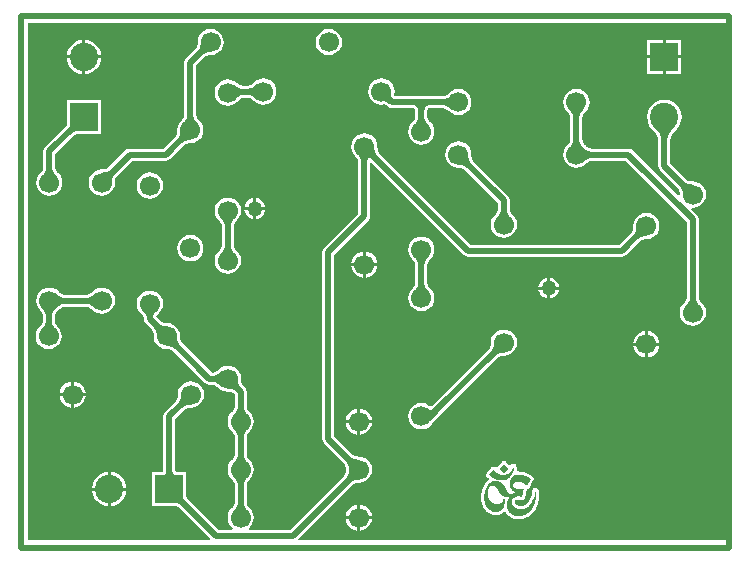
<source format=gbl>
G04 Layer_Physical_Order=2*
G04 Layer_Color=13278208*
%FSLAX44Y44*%
%MOMM*%
G71*
G01*
G75*
%ADD12C,0.5000*%
%ADD13R,2.4000X2.4000*%
%ADD14C,2.4000*%
%ADD15R,2.4000X2.4000*%
%ADD16C,1.7000*%
%ADD17C,1.2700*%
G36*
X279192Y76652D02*
X279790Y76200D01*
X280432Y75803D01*
X281117Y75459D01*
X281845Y75170D01*
X282617Y74935D01*
X283431Y74755D01*
X284289Y74629D01*
X285191Y74557D01*
X286135Y74540D01*
X277720Y66125D01*
X277703Y67070D01*
X277631Y67971D01*
X277505Y68829D01*
X277325Y69643D01*
X277090Y70415D01*
X276801Y71143D01*
X276457Y71828D01*
X276060Y72470D01*
X275608Y73068D01*
X275101Y73623D01*
X278637Y77159D01*
X279192Y76652D01*
D02*
G37*
G36*
X188755Y78513D02*
X188858Y77771D01*
X189030Y77036D01*
X189272Y76309D01*
X189583Y75589D01*
X189962Y74878D01*
X190410Y74174D01*
X190928Y73478D01*
X191514Y72790D01*
X192170Y72110D01*
X180270D01*
X180926Y72790D01*
X181512Y73478D01*
X182029Y74174D01*
X182478Y74878D01*
X182857Y75589D01*
X183168Y76309D01*
X183410Y77036D01*
X183582Y77771D01*
X183685Y78513D01*
X183720Y79264D01*
X188720D01*
X188755Y78513D01*
D02*
G37*
G36*
X128255Y65544D02*
X128330Y64689D01*
X128455Y63934D01*
X128630Y63280D01*
X128855Y62727D01*
X129130Y62274D01*
X129455Y61922D01*
X129830Y61670D01*
X130255Y61519D01*
X130730Y61469D01*
X120730D01*
X121205Y61519D01*
X121630Y61670D01*
X122005Y61922D01*
X122330Y62274D01*
X122605Y62727D01*
X122830Y63280D01*
X123005Y63934D01*
X123130Y64689D01*
X123205Y65544D01*
X123230Y66500D01*
X128230D01*
X128255Y65544D01*
D02*
G37*
G36*
X191514Y59289D02*
X190928Y58601D01*
X190410Y57906D01*
X189962Y57202D01*
X189583Y56491D01*
X189272Y55771D01*
X189030Y55044D01*
X188858Y54309D01*
X188755Y53566D01*
X188720Y52816D01*
X183720D01*
X183685Y53566D01*
X183582Y54309D01*
X183410Y55044D01*
X183168Y55771D01*
X182857Y56491D01*
X182478Y57202D01*
X182029Y57906D01*
X181512Y58601D01*
X180926Y59289D01*
X180270Y59970D01*
X192170D01*
X191514Y59289D01*
D02*
G37*
G36*
X286135Y57540D02*
X285191Y57523D01*
X284289Y57451D01*
X283431Y57325D01*
X282617Y57145D01*
X281845Y56910D01*
X281117Y56621D01*
X280432Y56277D01*
X279790Y55880D01*
X279192Y55428D01*
X278637Y54921D01*
X275101Y58457D01*
X275608Y59012D01*
X276060Y59610D01*
X276457Y60252D01*
X276801Y60937D01*
X277090Y61665D01*
X277325Y62437D01*
X277505Y63251D01*
X277631Y64109D01*
X277703Y65010D01*
X277720Y65955D01*
X286135Y57540D01*
D02*
G37*
G36*
X116632Y189682D02*
X117230Y189230D01*
X117872Y188833D01*
X118557Y188489D01*
X119285Y188200D01*
X120057Y187965D01*
X120871Y187785D01*
X121729Y187659D01*
X122631Y187587D01*
X123575Y187570D01*
X115160Y179155D01*
X115143Y180100D01*
X115071Y181001D01*
X114945Y181859D01*
X114765Y182673D01*
X114530Y183445D01*
X114241Y184173D01*
X113897Y184858D01*
X113500Y185500D01*
X113048Y186098D01*
X112541Y186653D01*
X116077Y190189D01*
X116632Y189682D01*
D02*
G37*
G36*
X188755Y119153D02*
X188858Y118411D01*
X189030Y117676D01*
X189272Y116949D01*
X189583Y116229D01*
X189962Y115518D01*
X190410Y114814D01*
X190928Y114118D01*
X191514Y113431D01*
X192170Y112750D01*
X180270D01*
X180926Y113431D01*
X181512Y114118D01*
X182029Y114814D01*
X182478Y115518D01*
X182857Y116229D01*
X183168Y116949D01*
X183410Y117676D01*
X183582Y118411D01*
X183685Y119153D01*
X183720Y119904D01*
X188720D01*
X188755Y119153D01*
D02*
G37*
G36*
X113976Y199421D02*
X113502Y198920D01*
X113085Y198381D01*
X112723Y197802D01*
X112416Y197184D01*
X112166Y196527D01*
X111971Y195832D01*
X111831Y195097D01*
X111748Y194323D01*
X111720Y193510D01*
X106720D01*
X106692Y194323D01*
X106609Y195097D01*
X106469Y195832D01*
X106274Y196527D01*
X106024Y197184D01*
X105717Y197802D01*
X105355Y198381D01*
X104938Y198920D01*
X104464Y199421D01*
X103935Y199883D01*
X114505D01*
X113976Y199421D01*
D02*
G37*
G36*
X191514Y99930D02*
X190928Y99242D01*
X190410Y98546D01*
X189962Y97842D01*
X189583Y97130D01*
X189272Y96411D01*
X189030Y95684D01*
X188858Y94949D01*
X188755Y94206D01*
X188720Y93456D01*
X183720D01*
X183685Y94206D01*
X183582Y94949D01*
X183410Y95684D01*
X183168Y96411D01*
X182857Y97130D01*
X182478Y97842D01*
X182029Y98546D01*
X181512Y99242D01*
X180926Y99930D01*
X180270Y100610D01*
X192170D01*
X191514Y99930D01*
D02*
G37*
G36*
X143895Y121040D02*
X142950Y121023D01*
X142049Y120951D01*
X141191Y120825D01*
X140377Y120645D01*
X139605Y120410D01*
X138877Y120121D01*
X138192Y119777D01*
X137550Y119380D01*
X136952Y118928D01*
X136397Y118421D01*
X132861Y121957D01*
X133368Y122512D01*
X133820Y123110D01*
X134217Y123752D01*
X134561Y124437D01*
X134850Y125165D01*
X135085Y125937D01*
X135265Y126751D01*
X135391Y127609D01*
X135463Y128511D01*
X135480Y129455D01*
X143895Y121040D01*
D02*
G37*
G36*
X188755Y37873D02*
X188858Y37131D01*
X189030Y36396D01*
X189272Y35669D01*
X189583Y34950D01*
X189962Y34238D01*
X190410Y33534D01*
X190928Y32838D01*
X191514Y32150D01*
X192170Y31470D01*
X180270D01*
X180926Y32150D01*
X181512Y32838D01*
X182029Y33534D01*
X182478Y34238D01*
X182857Y34950D01*
X183168Y35669D01*
X183410Y36396D01*
X183582Y37131D01*
X183685Y37873D01*
X183720Y38624D01*
X188720D01*
X188755Y37873D01*
D02*
G37*
G36*
X137417Y44243D02*
X137275Y43783D01*
Y43253D01*
X137417Y42652D01*
X137699Y41980D01*
X138124Y41237D01*
X138689Y40424D01*
X139397Y39540D01*
X141235Y37561D01*
X137699Y34025D01*
X136674Y35015D01*
X134836Y36570D01*
X134023Y37136D01*
X133280Y37561D01*
X132608Y37843D01*
X132007Y37985D01*
X131477D01*
X131017Y37843D01*
X130628Y37561D01*
X137699Y44632D01*
X137417Y44243D01*
D02*
G37*
G36*
X299347Y338531D02*
X299419Y337629D01*
X299545Y336771D01*
X299725Y335957D01*
X299960Y335185D01*
X300249Y334457D01*
X300593Y333772D01*
X300990Y333130D01*
X301442Y332532D01*
X301949Y331977D01*
X298413Y328441D01*
X297858Y328948D01*
X297260Y329400D01*
X296618Y329797D01*
X295933Y330141D01*
X295205Y330430D01*
X294526Y330636D01*
X294193Y330010D01*
X293882Y329291D01*
X293640Y328564D01*
X293468Y327829D01*
X293365Y327086D01*
X293330Y326336D01*
X288330D01*
X288295Y327086D01*
X288192Y327829D01*
X288020Y328564D01*
X287778Y329291D01*
X287467Y330010D01*
X287088Y330722D01*
X286639Y331426D01*
X286122Y332122D01*
X285536Y332809D01*
X284880Y333490D01*
X293344D01*
X299330Y339475D01*
X299347Y338531D01*
D02*
G37*
G36*
X169190Y137090D02*
X168510Y137746D01*
X167822Y138332D01*
X167126Y138849D01*
X166422Y139298D01*
X165711Y139677D01*
X164991Y139988D01*
X164264Y140230D01*
X163529Y140402D01*
X162787Y140506D01*
X162036Y140540D01*
Y145540D01*
X162787Y145575D01*
X163529Y145678D01*
X164264Y145850D01*
X164991Y146092D01*
X165711Y146403D01*
X166422Y146782D01*
X167126Y147231D01*
X167822Y147748D01*
X168510Y148335D01*
X169190Y148990D01*
Y137090D01*
D02*
G37*
G36*
X183777Y142010D02*
X183849Y141109D01*
X183975Y140251D01*
X184155Y139437D01*
X184390Y138665D01*
X184679Y137937D01*
X185023Y137252D01*
X185420Y136610D01*
X185872Y136012D01*
X186379Y135457D01*
X182843Y131921D01*
X182288Y132428D01*
X181690Y132880D01*
X181048Y133277D01*
X180363Y133621D01*
X179635Y133910D01*
X178863Y134145D01*
X178049Y134325D01*
X177191Y134451D01*
X176290Y134523D01*
X175345Y134540D01*
X183760Y142955D01*
X183777Y142010D01*
D02*
G37*
G36*
X529505Y263750D02*
X528560Y263733D01*
X527659Y263661D01*
X526801Y263535D01*
X525987Y263355D01*
X525215Y263120D01*
X524487Y262831D01*
X523802Y262487D01*
X523160Y262090D01*
X522562Y261638D01*
X522007Y261131D01*
X518471Y264667D01*
X518978Y265222D01*
X519430Y265820D01*
X519827Y266462D01*
X520171Y267147D01*
X520460Y267875D01*
X520695Y268647D01*
X520875Y269461D01*
X521001Y270319D01*
X521073Y271220D01*
X521090Y272165D01*
X529505Y263750D01*
D02*
G37*
G36*
X132177Y178041D02*
X132249Y177139D01*
X132375Y176281D01*
X132555Y175467D01*
X132790Y174695D01*
X133079Y173967D01*
X133423Y173282D01*
X133820Y172640D01*
X134272Y172042D01*
X134779Y171487D01*
X131243Y167951D01*
X130688Y168458D01*
X130090Y168910D01*
X129448Y169307D01*
X128763Y169651D01*
X128035Y169940D01*
X127263Y170175D01*
X126449Y170355D01*
X125591Y170481D01*
X124690Y170553D01*
X123745Y170570D01*
X132160Y178985D01*
X132177Y178041D01*
D02*
G37*
G36*
X596900Y6350D02*
X235593D01*
X235067Y7620D01*
X280980Y53533D01*
X281256Y53741D01*
X281697Y54015D01*
X282177Y54255D01*
X282701Y54463D01*
X283275Y54638D01*
X283900Y54776D01*
X284581Y54876D01*
X285317Y54935D01*
X285907Y54946D01*
X286220Y54905D01*
X289102Y55284D01*
X291788Y56397D01*
X294094Y58166D01*
X295863Y60472D01*
X296976Y63158D01*
X297355Y66040D01*
X296976Y68922D01*
X295863Y71608D01*
X294094Y73914D01*
X291788Y75683D01*
X289102Y76796D01*
X286220Y77175D01*
X285907Y77134D01*
X285317Y77145D01*
X284581Y77204D01*
X283900Y77304D01*
X283275Y77442D01*
X282701Y77617D01*
X282177Y77825D01*
X281697Y78065D01*
X281256Y78339D01*
X280980Y78547D01*
X265489Y94038D01*
Y248062D01*
X294464Y277036D01*
X295578Y278703D01*
X295969Y280670D01*
Y325358D01*
X297239Y325884D01*
X375296Y247826D01*
X376964Y246712D01*
X378930Y246321D01*
X508800D01*
X510766Y246712D01*
X512434Y247826D01*
X524350Y259743D01*
X524626Y259951D01*
X525067Y260225D01*
X525547Y260465D01*
X526071Y260673D01*
X526645Y260848D01*
X527270Y260986D01*
X527951Y261086D01*
X528687Y261145D01*
X529277Y261156D01*
X529590Y261115D01*
X532472Y261494D01*
X535158Y262607D01*
X537464Y264376D01*
X539233Y266682D01*
X540346Y269368D01*
X540725Y272250D01*
X540346Y275132D01*
X539233Y277818D01*
X537464Y280124D01*
X535158Y281893D01*
X532472Y283006D01*
X529590Y283385D01*
X526708Y283006D01*
X524022Y281893D01*
X521716Y280124D01*
X519947Y277818D01*
X518834Y275132D01*
X518455Y272250D01*
X518496Y271937D01*
X518485Y271347D01*
X518426Y270611D01*
X518326Y269930D01*
X518188Y269305D01*
X518013Y268731D01*
X517805Y268207D01*
X517565Y267727D01*
X517291Y267286D01*
X517083Y267010D01*
X506671Y256599D01*
X381059D01*
X303337Y334320D01*
X303129Y334596D01*
X302855Y335037D01*
X302615Y335517D01*
X302407Y336041D01*
X302232Y336615D01*
X302094Y337240D01*
X301994Y337921D01*
X301935Y338657D01*
X301924Y339247D01*
X301965Y339560D01*
X301586Y342442D01*
X300473Y345128D01*
X298704Y347434D01*
X296398Y349203D01*
X293712Y350316D01*
X290830Y350695D01*
X287948Y350316D01*
X285262Y349203D01*
X282956Y347434D01*
X281187Y345128D01*
X280074Y342442D01*
X279695Y339560D01*
X280074Y336678D01*
X281187Y333992D01*
X282956Y331686D01*
X283207Y331494D01*
X283616Y331069D01*
X284095Y330507D01*
X284506Y329955D01*
X284850Y329415D01*
X285132Y328886D01*
X285356Y328368D01*
X285525Y327859D01*
X285644Y327354D01*
X285691Y327011D01*
Y282799D01*
X256716Y253824D01*
X255602Y252157D01*
X255211Y250190D01*
Y91910D01*
X255602Y89944D01*
X256716Y88276D01*
X273713Y71280D01*
X273921Y71004D01*
X274195Y70563D01*
X274435Y70083D01*
X274643Y69559D01*
X274818Y68985D01*
X274956Y68360D01*
X275056Y67679D01*
X275115Y66943D01*
X275126Y66353D01*
X275085Y66040D01*
X275126Y65727D01*
X275115Y65137D01*
X275056Y64401D01*
X274956Y63720D01*
X274818Y63095D01*
X274643Y62521D01*
X274435Y61997D01*
X274195Y61517D01*
X273921Y61076D01*
X273713Y60800D01*
X228211Y15299D01*
X193277D01*
X192846Y16569D01*
X194094Y17526D01*
X195863Y19832D01*
X196976Y22518D01*
X197355Y25400D01*
X196976Y28282D01*
X195863Y30968D01*
X194094Y33274D01*
X193843Y33466D01*
X193434Y33891D01*
X192955Y34453D01*
X192544Y35005D01*
X192200Y35545D01*
X191918Y36074D01*
X191694Y36592D01*
X191525Y37101D01*
X191406Y37606D01*
X191359Y37949D01*
Y53491D01*
X191406Y53833D01*
X191525Y54339D01*
X191694Y54848D01*
X191918Y55366D01*
X192200Y55894D01*
X192544Y56435D01*
X192955Y56987D01*
X193434Y57550D01*
X193843Y57974D01*
X194094Y58166D01*
X195863Y60472D01*
X196976Y63158D01*
X197355Y66040D01*
X196976Y68922D01*
X195863Y71608D01*
X194094Y73914D01*
X193843Y74106D01*
X193434Y74531D01*
X192955Y75093D01*
X192544Y75645D01*
X192200Y76185D01*
X191918Y76714D01*
X191694Y77232D01*
X191525Y77741D01*
X191406Y78246D01*
X191359Y78589D01*
Y94131D01*
X191406Y94473D01*
X191525Y94979D01*
X191694Y95488D01*
X191918Y96006D01*
X192200Y96535D01*
X192544Y97075D01*
X192955Y97627D01*
X193434Y98189D01*
X193843Y98614D01*
X194094Y98806D01*
X195863Y101112D01*
X196976Y103798D01*
X197355Y106680D01*
X196976Y109562D01*
X195863Y112248D01*
X194094Y114554D01*
X193843Y114746D01*
X193434Y115170D01*
X192955Y115733D01*
X192544Y116285D01*
X192200Y116825D01*
X191918Y117354D01*
X191694Y117872D01*
X191525Y118381D01*
X191406Y118886D01*
X191359Y119229D01*
Y132080D01*
X190968Y134046D01*
X189854Y135714D01*
X187767Y137800D01*
X187559Y138076D01*
X187285Y138517D01*
X187045Y138997D01*
X186837Y139521D01*
X186662Y140095D01*
X186524Y140720D01*
X186424Y141401D01*
X186365Y142137D01*
X186354Y142727D01*
X186395Y143040D01*
X186016Y145922D01*
X184903Y148608D01*
X183134Y150914D01*
X180828Y152683D01*
X178142Y153796D01*
X175260Y154175D01*
X172378Y153796D01*
X169692Y152683D01*
X167386Y150914D01*
X167194Y150663D01*
X166770Y150254D01*
X166207Y149775D01*
X165655Y149364D01*
X165115Y149020D01*
X164586Y148738D01*
X164068Y148514D01*
X163559Y148345D01*
X163054Y148226D01*
X162711Y148179D01*
X161819D01*
X136167Y173830D01*
X135959Y174106D01*
X135685Y174547D01*
X135445Y175027D01*
X135237Y175551D01*
X135062Y176125D01*
X134924Y176750D01*
X134824Y177431D01*
X134765Y178167D01*
X134754Y178757D01*
X134795Y179070D01*
X134416Y181952D01*
X133303Y184638D01*
X131534Y186944D01*
X129228Y188713D01*
X126542Y189826D01*
X123660Y190205D01*
X123347Y190164D01*
X122757Y190175D01*
X122021Y190234D01*
X121340Y190334D01*
X120715Y190472D01*
X120141Y190647D01*
X119617Y190855D01*
X119137Y191095D01*
X118696Y191369D01*
X118420Y191577D01*
X114552Y195445D01*
X114627Y195714D01*
X114791Y196145D01*
X114986Y196537D01*
X115212Y196898D01*
X115472Y197234D01*
X115772Y197551D01*
X116208Y197931D01*
X116262Y198002D01*
X116336Y198051D01*
X116382Y198120D01*
X117094Y198666D01*
X118863Y200972D01*
X119976Y203658D01*
X120355Y206540D01*
X119976Y209422D01*
X118863Y212108D01*
X117094Y214414D01*
X114788Y216183D01*
X112102Y217296D01*
X109220Y217675D01*
X106338Y217296D01*
X103652Y216183D01*
X101346Y214414D01*
X99577Y212108D01*
X98464Y209422D01*
X98085Y206540D01*
X98464Y203658D01*
X99577Y200972D01*
X101346Y198666D01*
X102058Y198120D01*
X102104Y198051D01*
X102178Y198002D01*
X102232Y197931D01*
X102668Y197551D01*
X102968Y197234D01*
X103228Y196898D01*
X103454Y196537D01*
X103649Y196145D01*
X103813Y195715D01*
X103946Y195240D01*
X104045Y194716D01*
X104081Y194379D01*
Y193510D01*
X104472Y191544D01*
X105586Y189876D01*
X111153Y184310D01*
X111361Y184034D01*
X111635Y183593D01*
X111875Y183113D01*
X112083Y182589D01*
X112258Y182015D01*
X112396Y181390D01*
X112496Y180709D01*
X112555Y179973D01*
X112566Y179383D01*
X112525Y179070D01*
X112904Y176188D01*
X114017Y173502D01*
X115786Y171196D01*
X118092Y169427D01*
X120778Y168314D01*
X123660Y167935D01*
X123973Y167976D01*
X124563Y167965D01*
X125299Y167906D01*
X125980Y167806D01*
X126605Y167668D01*
X127179Y167493D01*
X127703Y167285D01*
X128183Y167045D01*
X128624Y166771D01*
X128900Y166563D01*
X156056Y139406D01*
X157724Y138292D01*
X159690Y137901D01*
X162711D01*
X163053Y137853D01*
X163559Y137735D01*
X164068Y137566D01*
X164586Y137342D01*
X165114Y137060D01*
X165655Y136716D01*
X166207Y136305D01*
X166770Y135826D01*
X167194Y135417D01*
X167386Y135166D01*
X169692Y133397D01*
X172378Y132284D01*
X175260Y131905D01*
X175573Y131946D01*
X176163Y131935D01*
X176899Y131876D01*
X177580Y131776D01*
X178205Y131638D01*
X178779Y131463D01*
X179303Y131255D01*
X179783Y131015D01*
X180224Y130741D01*
X180500Y130533D01*
X181081Y129951D01*
Y119229D01*
X181033Y118886D01*
X180915Y118381D01*
X180746Y117872D01*
X180522Y117354D01*
X180240Y116826D01*
X179896Y116285D01*
X179485Y115733D01*
X179006Y115170D01*
X178597Y114746D01*
X178346Y114554D01*
X176577Y112248D01*
X175464Y109562D01*
X175085Y106680D01*
X175464Y103798D01*
X176577Y101112D01*
X178346Y98806D01*
X178597Y98614D01*
X179006Y98189D01*
X179485Y97627D01*
X179896Y97075D01*
X180240Y96535D01*
X180522Y96006D01*
X180746Y95488D01*
X180915Y94979D01*
X181033Y94474D01*
X181081Y94131D01*
Y78589D01*
X181033Y78246D01*
X180915Y77741D01*
X180746Y77232D01*
X180522Y76714D01*
X180240Y76185D01*
X179896Y75645D01*
X179485Y75093D01*
X179006Y74531D01*
X178597Y74106D01*
X178346Y73914D01*
X176577Y71608D01*
X175464Y68922D01*
X175085Y66040D01*
X175464Y63158D01*
X176577Y60472D01*
X178346Y58166D01*
X178597Y57974D01*
X179006Y57550D01*
X179485Y56987D01*
X179896Y56435D01*
X180240Y55895D01*
X180522Y55366D01*
X180746Y54848D01*
X180915Y54339D01*
X181033Y53834D01*
X181081Y53491D01*
Y37949D01*
X181033Y37606D01*
X180915Y37101D01*
X180746Y36592D01*
X180522Y36074D01*
X180240Y35545D01*
X179896Y35005D01*
X179485Y34453D01*
X179006Y33891D01*
X178597Y33466D01*
X178346Y33274D01*
X176577Y30968D01*
X175464Y28282D01*
X175085Y25400D01*
X175464Y22518D01*
X176577Y19832D01*
X178346Y17526D01*
X179594Y16569D01*
X179163Y15299D01*
X167229D01*
X142200Y40327D01*
X141359Y41233D01*
X140766Y41974D01*
X140315Y42622D01*
X140270Y42701D01*
Y44535D01*
X140289Y44632D01*
X140270Y44728D01*
Y64070D01*
X131104D01*
X131090Y64106D01*
X130989Y64482D01*
X130901Y65014D01*
X130869Y65384D01*
Y109162D01*
X138740Y117033D01*
X139016Y117241D01*
X139457Y117515D01*
X139937Y117755D01*
X140461Y117963D01*
X141035Y118138D01*
X141660Y118276D01*
X142341Y118376D01*
X143077Y118435D01*
X143667Y118446D01*
X143980Y118405D01*
X146862Y118784D01*
X149548Y119897D01*
X151854Y121666D01*
X153623Y123972D01*
X154736Y126658D01*
X155115Y129540D01*
X154736Y132422D01*
X153623Y135108D01*
X151854Y137414D01*
X149548Y139183D01*
X146862Y140296D01*
X143980Y140675D01*
X141098Y140296D01*
X138412Y139183D01*
X136106Y137414D01*
X134337Y135108D01*
X133224Y132422D01*
X132845Y129540D01*
X132886Y129227D01*
X132875Y128637D01*
X132816Y127901D01*
X132716Y127220D01*
X132578Y126595D01*
X132403Y126021D01*
X132195Y125497D01*
X131955Y125017D01*
X131681Y124576D01*
X131473Y124300D01*
X122096Y114924D01*
X120982Y113257D01*
X120591Y111290D01*
Y65384D01*
X120559Y65014D01*
X120471Y64482D01*
X120370Y64106D01*
X120356Y64070D01*
X111190D01*
Y34990D01*
X130532D01*
X130628Y34971D01*
X130725Y34990D01*
X132559D01*
X132638Y34945D01*
X133256Y34515D01*
X134699Y33294D01*
X160373Y7620D01*
X159847Y6350D01*
X6350D01*
Y444500D01*
X596900D01*
Y6350D01*
D02*
G37*
%LPC*%
G36*
X528320Y183218D02*
X526708Y183006D01*
X524022Y181893D01*
X521716Y180124D01*
X519947Y177818D01*
X518834Y175132D01*
X518622Y173520D01*
X528320D01*
Y183218D01*
D02*
G37*
G36*
X408940Y184655D02*
X406058Y184276D01*
X403372Y183163D01*
X401066Y181394D01*
X399297Y179088D01*
X398184Y176402D01*
X397805Y173520D01*
X397846Y173207D01*
X397835Y172617D01*
X397776Y171881D01*
X397676Y171200D01*
X397538Y170575D01*
X397363Y170001D01*
X397155Y169477D01*
X396915Y168997D01*
X396641Y168556D01*
X396433Y168280D01*
X348019Y119866D01*
X347766Y119678D01*
X347470Y119510D01*
X347252Y119425D01*
X347104Y119394D01*
X346996Y119391D01*
X346883Y119409D01*
X346725Y119464D01*
X346498Y119586D01*
X346081Y119894D01*
X346079Y119895D01*
X346077Y119897D01*
X345902Y119979D01*
X344658Y120933D01*
X341972Y122046D01*
X339090Y122425D01*
X336208Y122046D01*
X333522Y120933D01*
X331216Y119164D01*
X329447Y116858D01*
X328334Y114172D01*
X327955Y111290D01*
X328334Y108408D01*
X329447Y105722D01*
X331216Y103416D01*
X333522Y101647D01*
X336208Y100534D01*
X339090Y100155D01*
X341972Y100534D01*
X344658Y101647D01*
X346964Y103416D01*
X348121Y104925D01*
X348149Y104945D01*
X354008Y111321D01*
X403700Y161013D01*
X403976Y161221D01*
X404417Y161495D01*
X404897Y161735D01*
X405421Y161943D01*
X405995Y162118D01*
X406620Y162256D01*
X407301Y162356D01*
X408037Y162415D01*
X408627Y162426D01*
X408940Y162385D01*
X411822Y162764D01*
X414508Y163877D01*
X416814Y165646D01*
X418583Y167952D01*
X419696Y170638D01*
X420075Y173520D01*
X419696Y176402D01*
X418583Y179088D01*
X416814Y181394D01*
X414508Y183163D01*
X411822Y184276D01*
X408940Y184655D01*
D02*
G37*
G36*
X540558Y170980D02*
X530860D01*
Y161282D01*
X532472Y161494D01*
X535158Y162607D01*
X537464Y164376D01*
X539233Y166682D01*
X540346Y169368D01*
X540558Y170980D01*
D02*
G37*
G36*
X448310Y228510D02*
Y220980D01*
X455840D01*
X455701Y222031D01*
X454805Y224193D01*
X453380Y226050D01*
X451523Y227475D01*
X449361Y228371D01*
X448310Y228510D01*
D02*
G37*
G36*
X445770D02*
X444719Y228371D01*
X442557Y227475D01*
X440700Y226050D01*
X439275Y224193D01*
X438379Y222031D01*
X438241Y220980D01*
X445770D01*
Y228510D01*
D02*
G37*
G36*
X301798Y238290D02*
X292100D01*
Y228592D01*
X293712Y228804D01*
X296398Y229917D01*
X298704Y231686D01*
X300473Y233992D01*
X301586Y236678D01*
X301798Y238290D01*
D02*
G37*
G36*
X289560D02*
X279862D01*
X280074Y236678D01*
X281187Y233992D01*
X282956Y231686D01*
X285262Y229917D01*
X287948Y228804D01*
X289560Y228592D01*
Y238290D01*
D02*
G37*
G36*
X68580Y220215D02*
X65698Y219836D01*
X63012Y218723D01*
X60706Y216954D01*
X60514Y216703D01*
X60090Y216294D01*
X59527Y215815D01*
X58975Y215404D01*
X58435Y215060D01*
X57906Y214778D01*
X57388Y214554D01*
X56879Y214385D01*
X56374Y214266D01*
X56031Y214219D01*
X36679D01*
X36337Y214266D01*
X35831Y214385D01*
X35322Y214554D01*
X34804Y214778D01*
X34276Y215060D01*
X33735Y215404D01*
X33183Y215815D01*
X32620Y216294D01*
X32196Y216703D01*
X32004Y216954D01*
X29698Y218723D01*
X27012Y219836D01*
X24130Y220215D01*
X21248Y219836D01*
X18562Y218723D01*
X16256Y216954D01*
X14487Y214648D01*
X13374Y211962D01*
X12995Y209080D01*
X13374Y206198D01*
X14487Y203512D01*
X15845Y201742D01*
X15896Y201652D01*
X16051Y201473D01*
X16256Y201206D01*
X16335Y201145D01*
X16477Y200982D01*
X16947Y200374D01*
X17351Y199781D01*
X17691Y199203D01*
X17970Y198641D01*
X18192Y198094D01*
X18359Y197562D01*
X18476Y197040D01*
X18521Y196703D01*
Y191619D01*
X18474Y191276D01*
X18355Y190771D01*
X18186Y190262D01*
X17962Y189744D01*
X17680Y189216D01*
X17336Y188675D01*
X16925Y188123D01*
X16446Y187561D01*
X16037Y187136D01*
X15786Y186944D01*
X14017Y184638D01*
X12904Y181952D01*
X12525Y179070D01*
X12904Y176188D01*
X14017Y173502D01*
X15786Y171196D01*
X18092Y169427D01*
X20778Y168314D01*
X23660Y167935D01*
X26542Y168314D01*
X29228Y169427D01*
X31534Y171196D01*
X33303Y173502D01*
X34416Y176188D01*
X34795Y179070D01*
X34416Y181952D01*
X33303Y184638D01*
X31534Y186944D01*
X31283Y187136D01*
X30874Y187561D01*
X30395Y188123D01*
X29984Y188675D01*
X29640Y189215D01*
X29358Y189744D01*
X29134Y190262D01*
X28965Y190771D01*
X28846Y191276D01*
X28799Y191619D01*
Y196391D01*
X28848Y196736D01*
X28968Y197225D01*
X29137Y197710D01*
X29361Y198198D01*
X29643Y198693D01*
X29988Y199195D01*
X30401Y199705D01*
X30886Y200222D01*
X31502Y200797D01*
X31542Y200852D01*
X32004Y201206D01*
X32196Y201457D01*
X32620Y201866D01*
X33183Y202345D01*
X33735Y202756D01*
X34275Y203100D01*
X34804Y203382D01*
X35322Y203606D01*
X35831Y203775D01*
X36336Y203894D01*
X36679Y203941D01*
X56031D01*
X56374Y203894D01*
X56879Y203775D01*
X57388Y203606D01*
X57906Y203382D01*
X58435Y203100D01*
X58975Y202756D01*
X59527Y202345D01*
X60090Y201866D01*
X60514Y201457D01*
X60706Y201206D01*
X63012Y199437D01*
X65698Y198324D01*
X68580Y197945D01*
X71462Y198324D01*
X74148Y199437D01*
X76454Y201206D01*
X78223Y203512D01*
X79336Y206198D01*
X79715Y209080D01*
X79336Y211962D01*
X78223Y214648D01*
X76454Y216954D01*
X74148Y218723D01*
X71462Y219836D01*
X68580Y220215D01*
D02*
G37*
G36*
X339090Y263395D02*
X336208Y263016D01*
X333522Y261903D01*
X331216Y260134D01*
X329447Y257828D01*
X328334Y255142D01*
X327955Y252260D01*
X328334Y249378D01*
X329447Y246692D01*
X331216Y244386D01*
X331467Y244194D01*
X331876Y243769D01*
X332355Y243207D01*
X332766Y242655D01*
X333110Y242115D01*
X333392Y241586D01*
X333616Y241068D01*
X333785Y240558D01*
X333904Y240054D01*
X333951Y239711D01*
Y223839D01*
X333904Y223496D01*
X333785Y222991D01*
X333616Y222482D01*
X333392Y221964D01*
X333110Y221436D01*
X332766Y220895D01*
X332355Y220343D01*
X331876Y219781D01*
X331467Y219356D01*
X331216Y219164D01*
X329447Y216858D01*
X328334Y214172D01*
X327955Y211290D01*
X328334Y208408D01*
X329447Y205722D01*
X331216Y203416D01*
X333522Y201647D01*
X336208Y200534D01*
X339090Y200155D01*
X341972Y200534D01*
X344658Y201647D01*
X346964Y203416D01*
X348733Y205722D01*
X349846Y208408D01*
X350225Y211290D01*
X349846Y214172D01*
X348733Y216858D01*
X346964Y219164D01*
X346713Y219356D01*
X346304Y219781D01*
X345825Y220343D01*
X345414Y220895D01*
X345070Y221435D01*
X344788Y221964D01*
X344564Y222482D01*
X344395Y222992D01*
X344277Y223496D01*
X344229Y223839D01*
Y239711D01*
X344277Y240054D01*
X344395Y240559D01*
X344564Y241068D01*
X344788Y241586D01*
X345070Y242115D01*
X345414Y242655D01*
X345825Y243207D01*
X346304Y243769D01*
X346713Y244194D01*
X346964Y244386D01*
X348733Y246692D01*
X349846Y249378D01*
X350225Y252260D01*
X349846Y255142D01*
X348733Y257828D01*
X346964Y260134D01*
X344658Y261903D01*
X341972Y263016D01*
X339090Y263395D01*
D02*
G37*
G36*
X530860Y183218D02*
Y173520D01*
X540558D01*
X540346Y175132D01*
X539233Y177818D01*
X537464Y180124D01*
X535158Y181893D01*
X532472Y183006D01*
X530860Y183218D01*
D02*
G37*
G36*
X455840Y218440D02*
X448310D01*
Y210910D01*
X449361Y211049D01*
X451523Y211945D01*
X453380Y213370D01*
X454805Y215227D01*
X455701Y217389D01*
X455840Y218440D01*
D02*
G37*
G36*
X445770D02*
X438241D01*
X438379Y217389D01*
X439275Y215227D01*
X440700Y213370D01*
X442557Y211945D01*
X444719Y211049D01*
X445770Y210910D01*
Y218440D01*
D02*
G37*
G36*
X528320Y170980D02*
X518622D01*
X518834Y169368D01*
X519947Y166682D01*
X521716Y164376D01*
X524022Y162607D01*
X526708Y161494D01*
X528320Y161282D01*
Y170980D01*
D02*
G37*
G36*
X89428Y48260D02*
X76200D01*
Y35032D01*
X78726Y35364D01*
X82263Y36829D01*
X85300Y39160D01*
X87631Y42197D01*
X89096Y45734D01*
X89428Y48260D01*
D02*
G37*
G36*
X73660D02*
X60432D01*
X60764Y45734D01*
X62229Y42197D01*
X64560Y39160D01*
X67597Y36829D01*
X71134Y35364D01*
X73660Y35032D01*
Y48260D01*
D02*
G37*
G36*
X76200Y64028D02*
Y50800D01*
X89428D01*
X89096Y53326D01*
X87631Y56863D01*
X85300Y59900D01*
X82263Y62231D01*
X78726Y63696D01*
X76200Y64028D01*
D02*
G37*
G36*
X73660D02*
X71134Y63696D01*
X67597Y62231D01*
X64560Y59900D01*
X62229Y56863D01*
X60764Y53326D01*
X60432Y50800D01*
X73660D01*
Y64028D01*
D02*
G37*
G36*
X297188Y24130D02*
X287490D01*
Y14432D01*
X289102Y14644D01*
X291788Y15757D01*
X294094Y17526D01*
X295863Y19832D01*
X296976Y22518D01*
X297188Y24130D01*
D02*
G37*
G36*
X284950D02*
X275252D01*
X275464Y22518D01*
X276577Y19832D01*
X278346Y17526D01*
X280652Y15757D01*
X283338Y14644D01*
X284950Y14432D01*
Y24130D01*
D02*
G37*
G36*
X287490Y36368D02*
Y26670D01*
X297188D01*
X296976Y28282D01*
X295863Y30968D01*
X294094Y33274D01*
X291788Y35043D01*
X289102Y36156D01*
X287490Y36368D01*
D02*
G37*
G36*
X284950D02*
X283338Y36156D01*
X280652Y35043D01*
X278346Y33274D01*
X276577Y30968D01*
X275464Y28282D01*
X275252Y26670D01*
X284950D01*
Y36368D01*
D02*
G37*
G36*
X409040Y73450D02*
X408623Y73367D01*
X408202Y73310D01*
X408130Y73269D01*
X408049Y73253D01*
X407696Y73017D01*
X407328Y72803D01*
X407278Y72737D01*
X407209Y72691D01*
X403093Y68576D01*
X403048Y68534D01*
X402939Y68465D01*
X402358Y68238D01*
X401425Y68323D01*
X401376Y68362D01*
X401165Y68423D01*
X400971Y68529D01*
X400684Y68561D01*
X400405Y68641D01*
X400186Y68616D01*
X399967Y68640D01*
X399689Y68559D01*
X399401Y68527D01*
X399208Y68420D01*
X398997Y68358D01*
X398770Y68177D01*
X398517Y68037D01*
X398380Y67865D01*
X398208Y67727D01*
X394508Y63327D01*
X394291Y62932D01*
X394057Y62546D01*
X394048Y62491D01*
X394021Y62441D01*
X393971Y61993D01*
X393903Y61547D01*
X393916Y61493D01*
X393910Y61437D01*
X394036Y61004D01*
X394143Y60566D01*
X394176Y60521D01*
X394192Y60467D01*
X394473Y60115D01*
X394740Y59751D01*
X395340Y59201D01*
X395411Y59158D01*
X395464Y59094D01*
X396020Y58646D01*
X396145Y58305D01*
X396115Y57404D01*
X395947Y57073D01*
X395742Y56928D01*
X395711Y56896D01*
X395672Y56877D01*
X395369Y56648D01*
X395333Y56607D01*
X395285Y56582D01*
X394992Y56341D01*
X394951Y56290D01*
X394895Y56257D01*
X394615Y56002D01*
X394574Y55946D01*
X394516Y55907D01*
X394250Y55638D01*
X394213Y55582D01*
X394160Y55541D01*
X393857Y55201D01*
X393828Y55153D01*
X393784Y55117D01*
X393544Y54822D01*
X393522Y54782D01*
X393489Y54752D01*
X393212Y54389D01*
X393193Y54351D01*
X393162Y54321D01*
X392854Y53888D01*
X392830Y53834D01*
X392789Y53792D01*
X392377Y53155D01*
X392355Y53102D01*
X392317Y53059D01*
X392126Y52731D01*
X392107Y52679D01*
X392073Y52637D01*
X391788Y52101D01*
X391771Y52045D01*
X391736Y51997D01*
X391540Y51586D01*
X391529Y51540D01*
X391502Y51501D01*
X391321Y51083D01*
X391311Y51035D01*
X391285Y50995D01*
X391092Y50499D01*
X391085Y50455D01*
X391062Y50416D01*
X390911Y49985D01*
X390905Y49941D01*
X390883Y49902D01*
X390702Y49321D01*
X390698Y49285D01*
X390682Y49253D01*
X390599Y48961D01*
X390598Y48938D01*
X390587Y48917D01*
X390510Y48623D01*
X390508Y48595D01*
X390497Y48570D01*
X390390Y48127D01*
X390389Y48090D01*
X390374Y48056D01*
X390249Y47462D01*
X390248Y47430D01*
X390236Y47400D01*
X390167Y47026D01*
X390167Y47000D01*
X390158Y46976D01*
X390084Y46526D01*
X390084Y46504D01*
X390077Y46483D01*
X390032Y46182D01*
X390033Y46165D01*
X390028Y46150D01*
X389987Y45848D01*
X389988Y45832D01*
X389983Y45816D01*
X389946Y45514D01*
X389947Y45497D01*
X389942Y45481D01*
X389901Y45103D01*
X389902Y45083D01*
X389897Y45063D01*
X389854Y44608D01*
X389856Y44582D01*
X389850Y44557D01*
X389805Y43949D01*
X389808Y43921D01*
X389801Y43894D01*
X389777Y43438D01*
X389781Y43412D01*
X389775Y43387D01*
X389760Y42930D01*
X389765Y42903D01*
X389759Y42876D01*
X389754Y42420D01*
X389758Y42396D01*
X389753Y42372D01*
X389756Y42068D01*
X389759Y42049D01*
X389756Y42029D01*
X389763Y41725D01*
X389768Y41699D01*
X389764Y41673D01*
X389784Y41218D01*
X389791Y41186D01*
X389787Y41153D01*
X389818Y40699D01*
X389828Y40659D01*
X389824Y40619D01*
X389884Y40015D01*
X389896Y39974D01*
X389893Y39931D01*
X389952Y39479D01*
X389965Y39443D01*
X389963Y39404D01*
X390036Y38955D01*
X390050Y38917D01*
X390050Y38877D01*
X390136Y38429D01*
X390152Y38390D01*
X390153Y38348D01*
X390253Y37904D01*
X390271Y37864D01*
X390274Y37820D01*
X390389Y37378D01*
X390409Y37337D01*
X390413Y37292D01*
X390544Y36855D01*
X390568Y36809D01*
X390575Y36758D01*
X390747Y36254D01*
X390774Y36208D01*
X390783Y36155D01*
X390949Y35729D01*
X390973Y35691D01*
X390983Y35646D01*
X391133Y35295D01*
X391157Y35260D01*
X391167Y35220D01*
X391329Y34874D01*
X391351Y34843D01*
X391361Y34806D01*
X391499Y34534D01*
X391520Y34506D01*
X391530Y34474D01*
X391674Y34205D01*
X391705Y34167D01*
X391721Y34122D01*
X391990Y33661D01*
X392029Y33618D01*
X392050Y33564D01*
X392298Y33180D01*
X392346Y33130D01*
X392374Y33068D01*
X392776Y32512D01*
X392817Y32474D01*
X392842Y32424D01*
X392984Y32244D01*
X393028Y32207D01*
X393056Y32157D01*
X393504Y31638D01*
X393556Y31597D01*
X393592Y31541D01*
X393855Y31265D01*
X393920Y31220D01*
X393966Y31156D01*
X394637Y30533D01*
X394711Y30487D01*
X394767Y30420D01*
X395182Y30083D01*
X395247Y30049D01*
X395296Y29996D01*
X395854Y29592D01*
X395996Y29527D01*
X396115Y29426D01*
X397857Y28459D01*
X397995Y28414D01*
X398115Y28334D01*
X398540Y28156D01*
X398600Y28144D01*
X398652Y28112D01*
X399084Y27954D01*
X399145Y27945D01*
X399198Y27915D01*
X399563Y27801D01*
X399617Y27795D01*
X399665Y27771D01*
X399960Y27692D01*
X400024Y27688D01*
X400083Y27662D01*
X400530Y27565D01*
X400620Y27564D01*
X400705Y27533D01*
X401231Y27457D01*
X401329Y27462D01*
X401424Y27436D01*
X401878Y27404D01*
X401965Y27415D01*
X402052Y27398D01*
X402432Y27397D01*
X402547Y27420D01*
X402664Y27407D01*
X403423Y27473D01*
X403539Y27507D01*
X403660Y27505D01*
X404112Y27587D01*
X404187Y27617D01*
X404268Y27620D01*
X404641Y27712D01*
X404737Y27757D01*
X404843Y27771D01*
X405574Y28015D01*
X405665Y28066D01*
X405767Y28088D01*
X406123Y28239D01*
X406134Y28246D01*
X406146Y28249D01*
X406576Y28436D01*
X406744Y28553D01*
X406934Y28628D01*
X407457Y28962D01*
X407545Y29046D01*
X407654Y29101D01*
X408693Y29909D01*
X408799Y30033D01*
X408935Y30123D01*
X409025Y30214D01*
X409411Y30317D01*
X409439Y30319D01*
X410171Y30203D01*
X410538Y29969D01*
X410628Y29790D01*
X410694Y29704D01*
X410731Y29602D01*
X410973Y29205D01*
X411043Y29128D01*
X411086Y29034D01*
X411357Y28658D01*
X411454Y28568D01*
X411521Y28454D01*
X411966Y27953D01*
X412053Y27887D01*
X412116Y27798D01*
X412379Y27547D01*
X412443Y27506D01*
X412490Y27447D01*
X412850Y27142D01*
X412901Y27113D01*
X412940Y27069D01*
X413149Y26908D01*
X413189Y26887D01*
X413220Y26854D01*
X413521Y26638D01*
X413561Y26620D01*
X413592Y26588D01*
X413857Y26411D01*
X413890Y26397D01*
X413916Y26373D01*
X414186Y26202D01*
X414218Y26190D01*
X414243Y26167D01*
X414564Y25976D01*
X414595Y25965D01*
X414621Y25943D01*
X414993Y25734D01*
X415020Y25725D01*
X415042Y25707D01*
X415324Y25556D01*
X415353Y25547D01*
X415376Y25529D01*
X415707Y25362D01*
X415746Y25351D01*
X415778Y25327D01*
X416209Y25126D01*
X416266Y25111D01*
X416315Y25079D01*
X416898Y24837D01*
X416969Y24823D01*
X417031Y24786D01*
X417574Y24595D01*
X417644Y24585D01*
X417706Y24553D01*
X418155Y24421D01*
X418213Y24416D01*
X418265Y24392D01*
X418568Y24318D01*
X418634Y24315D01*
X418695Y24290D01*
X419204Y24192D01*
X419284Y24193D01*
X419361Y24167D01*
X419824Y24107D01*
X419894Y24112D01*
X419963Y24093D01*
X420430Y24058D01*
X420487Y24064D01*
X420543Y24051D01*
X420908Y24040D01*
X420974Y24051D01*
X421040Y24039D01*
X421775Y24053D01*
X421854Y24071D01*
X421935Y24062D01*
X422776Y24130D01*
X422828Y24145D01*
X422881Y24141D01*
X423301Y24192D01*
X423339Y24204D01*
X423378Y24203D01*
X424057Y24307D01*
X424108Y24325D01*
X424162Y24325D01*
X424990Y24487D01*
X425039Y24507D01*
X425092Y24509D01*
X425603Y24630D01*
X425638Y24647D01*
X425677Y24649D01*
X426082Y24758D01*
X426119Y24776D01*
X426160Y24780D01*
X426661Y24932D01*
X426707Y24957D01*
X426760Y24964D01*
X427352Y25170D01*
X427404Y25201D01*
X427464Y25212D01*
X428045Y25445D01*
X428122Y25495D01*
X428211Y25518D01*
X429243Y26017D01*
X429335Y26087D01*
X429444Y26126D01*
X430340Y26662D01*
X430420Y26733D01*
X430517Y26777D01*
X431327Y27356D01*
X431396Y27429D01*
X431484Y27478D01*
X432212Y28087D01*
X432271Y28160D01*
X432351Y28212D01*
X432999Y28839D01*
X433051Y28914D01*
X433124Y28969D01*
X433731Y29645D01*
X433772Y29714D01*
X433833Y29766D01*
X434268Y30315D01*
X434298Y30372D01*
X434344Y30415D01*
X434723Y30944D01*
X434743Y30988D01*
X434777Y31022D01*
X435018Y31386D01*
X435034Y31424D01*
X435062Y31454D01*
X435350Y31920D01*
X435368Y31969D01*
X435402Y32009D01*
X435782Y32679D01*
X435796Y32723D01*
X435824Y32758D01*
X436028Y33150D01*
X436039Y33188D01*
X436063Y33219D01*
X436352Y33818D01*
X436362Y33856D01*
X436385Y33888D01*
X436589Y34345D01*
X436598Y34387D01*
X436622Y34422D01*
X436937Y35195D01*
X436946Y35244D01*
X436973Y35288D01*
X437258Y36071D01*
X437264Y36114D01*
X437285Y36151D01*
X437492Y36783D01*
X437498Y36831D01*
X437520Y36874D01*
X437823Y37932D01*
X437827Y37971D01*
X437844Y38007D01*
X437938Y38377D01*
X437941Y38437D01*
X437964Y38492D01*
X438353Y40376D01*
X438353Y40446D01*
X438377Y40512D01*
X438493Y41279D01*
X438491Y41326D01*
X438506Y41371D01*
X438620Y42368D01*
X438616Y42419D01*
X438629Y42468D01*
X438691Y43286D01*
X438685Y43340D01*
X438697Y43393D01*
X438730Y44357D01*
X438720Y44417D01*
X438731Y44477D01*
X438723Y45143D01*
X438704Y45231D01*
X438715Y45320D01*
X438626Y46416D01*
X438603Y46498D01*
X438607Y46583D01*
X438492Y47364D01*
X438479Y47400D01*
X438480Y47438D01*
X438414Y47813D01*
X438406Y47834D01*
X438406Y47857D01*
X438300Y48402D01*
X438216Y48608D01*
X438179Y48826D01*
X438048Y49170D01*
X437930Y49360D01*
X437855Y49571D01*
X437664Y49784D01*
X437512Y50027D01*
X437330Y50157D01*
X437181Y50323D01*
X436922Y50447D01*
X436689Y50613D01*
X436471Y50663D01*
X436269Y50760D01*
X435984Y50775D01*
X435704Y50840D01*
X435484Y50802D01*
X435261Y50815D01*
X434990Y50720D01*
X434708Y50672D01*
X434518Y50553D01*
X434307Y50479D01*
X434094Y50288D01*
X433852Y50136D01*
X433722Y49954D01*
X433555Y49804D01*
X433431Y49546D01*
X433265Y49313D01*
X433215Y49095D01*
X433118Y48893D01*
X432987Y48380D01*
X432972Y48109D01*
X432909Y47844D01*
X432873Y46987D01*
X432791Y46261D01*
X432627Y45407D01*
X432434Y44682D01*
X432236Y44058D01*
X431891Y43100D01*
X431535Y42208D01*
X431429Y41959D01*
X430883Y40795D01*
X430525Y40123D01*
X430286Y39713D01*
X429922Y39136D01*
X429535Y38584D01*
X429238Y38198D01*
X428694Y37568D01*
X428533Y37399D01*
X428181Y37061D01*
X427819Y36750D01*
X427636Y36608D01*
X427378Y36425D01*
X427129Y36266D01*
X426803Y36084D01*
X426614Y35991D01*
X426329Y35868D01*
X426113Y35787D01*
X425811Y35689D01*
X425503Y35604D01*
X425183Y35531D01*
X424854Y35471D01*
X424516Y35422D01*
X424169Y35385D01*
X423859Y35363D01*
X423465Y35348D01*
X423112Y35347D01*
X422842Y35355D01*
X422577Y35370D01*
X422235Y35402D01*
X421994Y35434D01*
X421612Y35501D01*
X421122Y35619D01*
X420907Y35683D01*
X420643Y35775D01*
X420347Y35893D01*
X420134Y35991D01*
X419939Y36091D01*
X419636Y36271D01*
X419363Y36464D01*
X419234Y36570D01*
X419064Y36731D01*
X418940Y36870D01*
X418791Y37076D01*
X418605Y37423D01*
X418563Y37523D01*
X418442Y37908D01*
X418401Y38085D01*
X418365Y38290D01*
X418330Y38605D01*
X418320Y38935D01*
X418337Y39226D01*
X418382Y39497D01*
X418455Y39740D01*
X418513Y39864D01*
X418553Y39925D01*
X418691Y40074D01*
X418847Y40198D01*
X419202Y40409D01*
X419619Y40588D01*
X420033Y40714D01*
X420823Y40842D01*
X421025Y40852D01*
X421336Y40846D01*
X422062Y40757D01*
X422181Y40725D01*
X422234Y40691D01*
X422381Y40515D01*
X422598Y40401D01*
X422788Y40246D01*
X423041Y40169D01*
X423276Y40045D01*
X423520Y40023D01*
X423754Y39952D01*
X424018Y39978D01*
X424282Y39954D01*
X424516Y40027D01*
X424760Y40051D01*
X424994Y40176D01*
X425247Y40255D01*
X425435Y40412D01*
X425651Y40527D01*
X425820Y40732D01*
X426023Y40902D01*
X426137Y41119D01*
X426293Y41308D01*
X426370Y41562D01*
X426493Y41796D01*
X428721Y49345D01*
X428751Y49678D01*
X428792Y49858D01*
X428999Y49886D01*
X429274Y49872D01*
X429495Y49951D01*
X429727Y49982D01*
X429966Y50120D01*
X430226Y50213D01*
X430399Y50370D01*
X430602Y50487D01*
X430770Y50706D01*
X430974Y50891D01*
X431075Y51103D01*
X431217Y51289D01*
X434044Y57024D01*
X434091Y57202D01*
X434182Y57363D01*
X434221Y57686D01*
X434305Y58000D01*
X434281Y58183D01*
X434303Y58366D01*
X434216Y58679D01*
X434173Y59002D01*
X434081Y59162D01*
X434031Y59339D01*
X433830Y59595D01*
X433668Y59877D01*
X433521Y59989D01*
X433408Y60134D01*
X432855Y60608D01*
X432730Y60679D01*
X432629Y60782D01*
X431947Y61247D01*
X431920Y61259D01*
X431899Y61279D01*
X431265Y61692D01*
X431227Y61707D01*
X431196Y61736D01*
X430552Y62126D01*
X430490Y62148D01*
X430440Y62190D01*
X429580Y62655D01*
X429498Y62680D01*
X429428Y62731D01*
X428689Y63070D01*
X428611Y63088D01*
X428544Y63131D01*
X427906Y63378D01*
X427829Y63391D01*
X427760Y63429D01*
X426920Y63698D01*
X426853Y63706D01*
X426792Y63735D01*
X426221Y63886D01*
X426158Y63890D01*
X426102Y63914D01*
X425231Y64101D01*
X425167Y64102D01*
X425107Y64124D01*
X424323Y64252D01*
X424277Y64251D01*
X424235Y64265D01*
X423741Y64328D01*
X423706Y64326D01*
X423672Y64336D01*
X423076Y64397D01*
X423032Y64393D01*
X422989Y64404D01*
X422158Y64460D01*
X422101Y64453D01*
X422045Y64465D01*
X421380Y64481D01*
X421297Y64467D01*
X421213Y64480D01*
X420980Y64470D01*
X420071Y65314D01*
X419956Y65516D01*
X419918Y65672D01*
X419921Y65764D01*
X419980Y66060D01*
Y67610D01*
X419911Y67954D01*
X419885Y68303D01*
X419635Y69203D01*
X419544Y69384D01*
X419498Y69582D01*
X419318Y69831D01*
X419180Y70105D01*
X419026Y70238D01*
X418908Y70402D01*
X418647Y70564D01*
X418414Y70765D01*
X418222Y70828D01*
X418049Y70935D01*
X417746Y70985D01*
X417454Y71081D01*
X417252Y71066D01*
X417052Y71098D01*
X416753Y71028D01*
X416447Y71005D01*
X416266Y70914D01*
X416068Y70868D01*
X415819Y70689D01*
X415545Y70550D01*
X415412Y70396D01*
X415248Y70278D01*
X415086Y70017D01*
X415007Y69926D01*
X414414Y69693D01*
X414050Y69623D01*
X413563Y69644D01*
X410983Y72572D01*
X410917Y72622D01*
X410871Y72691D01*
X410518Y72927D01*
X410180Y73185D01*
X410100Y73207D01*
X410031Y73253D01*
X409614Y73335D01*
X409204Y73445D01*
X409121Y73434D01*
X409040Y73450D01*
D02*
G37*
G36*
X54948Y128270D02*
X45250D01*
Y118572D01*
X46862Y118784D01*
X49548Y119897D01*
X51854Y121666D01*
X53623Y123972D01*
X54736Y126658D01*
X54948Y128270D01*
D02*
G37*
G36*
X42710D02*
X33012D01*
X33224Y126658D01*
X34337Y123972D01*
X36106Y121666D01*
X38412Y119897D01*
X41098Y118784D01*
X42710Y118572D01*
Y128270D01*
D02*
G37*
G36*
X45250Y140508D02*
Y130810D01*
X54948D01*
X54736Y132422D01*
X53623Y135108D01*
X51854Y137414D01*
X49548Y139183D01*
X46862Y140296D01*
X45250Y140508D01*
D02*
G37*
G36*
X42710D02*
X41098Y140296D01*
X38412Y139183D01*
X36106Y137414D01*
X34337Y135108D01*
X33224Y132422D01*
X33012Y130810D01*
X42710D01*
Y140508D01*
D02*
G37*
G36*
X297188Y105410D02*
X287490D01*
Y95712D01*
X289102Y95924D01*
X291788Y97037D01*
X294094Y98806D01*
X295863Y101112D01*
X296976Y103798D01*
X297188Y105410D01*
D02*
G37*
G36*
X284950D02*
X275252D01*
X275464Y103798D01*
X276577Y101112D01*
X278346Y98806D01*
X280652Y97037D01*
X283338Y95924D01*
X284950Y95712D01*
Y105410D01*
D02*
G37*
G36*
X287490Y117648D02*
Y107950D01*
X297188D01*
X296976Y109562D01*
X295863Y112248D01*
X294094Y114554D01*
X291788Y116323D01*
X289102Y117436D01*
X287490Y117648D01*
D02*
G37*
G36*
X284950D02*
X283338Y117436D01*
X280652Y116323D01*
X278346Y114554D01*
X276577Y112248D01*
X275464Y109562D01*
X275252Y107950D01*
X284950D01*
Y117648D01*
D02*
G37*
G36*
X175260Y296415D02*
X172378Y296036D01*
X169692Y294923D01*
X167386Y293154D01*
X165617Y290848D01*
X164504Y288162D01*
X164125Y285280D01*
X164504Y282398D01*
X165617Y279712D01*
X167386Y277406D01*
X167637Y277214D01*
X168046Y276789D01*
X168525Y276227D01*
X168936Y275675D01*
X169280Y275135D01*
X169562Y274606D01*
X169786Y274088D01*
X169955Y273578D01*
X170074Y273074D01*
X170121Y272731D01*
Y255589D01*
X170074Y255247D01*
X169955Y254741D01*
X169786Y254232D01*
X169562Y253714D01*
X169280Y253186D01*
X168936Y252645D01*
X168525Y252093D01*
X168046Y251530D01*
X167637Y251106D01*
X167386Y250914D01*
X165617Y248608D01*
X164504Y245922D01*
X164125Y243040D01*
X164504Y240158D01*
X165617Y237472D01*
X167386Y235166D01*
X169692Y233397D01*
X172378Y232284D01*
X175260Y231905D01*
X178142Y232284D01*
X180828Y233397D01*
X183134Y235166D01*
X184903Y237472D01*
X186016Y240158D01*
X186395Y243040D01*
X186016Y245922D01*
X184903Y248608D01*
X183134Y250914D01*
X182883Y251106D01*
X182474Y251530D01*
X181995Y252093D01*
X181584Y252645D01*
X181240Y253185D01*
X180958Y253714D01*
X180734Y254232D01*
X180565Y254741D01*
X180446Y255246D01*
X180399Y255589D01*
Y272731D01*
X180446Y273074D01*
X180565Y273579D01*
X180734Y274088D01*
X180958Y274606D01*
X181240Y275135D01*
X181584Y275675D01*
X181995Y276227D01*
X182474Y276789D01*
X182883Y277214D01*
X183134Y277406D01*
X184903Y279712D01*
X186016Y282398D01*
X186395Y285280D01*
X186016Y288162D01*
X184903Y290848D01*
X183134Y293154D01*
X180828Y294923D01*
X178142Y296036D01*
X175260Y296415D01*
D02*
G37*
G36*
X196850Y295819D02*
X195799Y295681D01*
X193637Y294785D01*
X191780Y293360D01*
X190355Y291503D01*
X189459Y289341D01*
X189321Y288290D01*
X196850D01*
Y295819D01*
D02*
G37*
G36*
X199390D02*
Y288290D01*
X206919D01*
X206781Y289341D01*
X205885Y291503D01*
X204460Y293360D01*
X202603Y294785D01*
X200441Y295681D01*
X199390Y295819D01*
D02*
G37*
G36*
X52070Y414130D02*
X38842D01*
X39174Y411604D01*
X40639Y408067D01*
X42970Y405030D01*
X46007Y402699D01*
X49544Y401234D01*
X52070Y400902D01*
Y414130D01*
D02*
G37*
G36*
X67838D02*
X54610D01*
Y400902D01*
X57136Y401234D01*
X60673Y402699D01*
X63710Y405030D01*
X66041Y408067D01*
X67506Y411604D01*
X67838Y414130D01*
D02*
G37*
G36*
X206919Y285750D02*
X199390D01*
Y278221D01*
X200441Y278359D01*
X202603Y279255D01*
X204460Y280680D01*
X205885Y282537D01*
X206781Y284699D01*
X206919Y285750D01*
D02*
G37*
G36*
X470370Y388325D02*
X467488Y387946D01*
X464802Y386833D01*
X462496Y385064D01*
X460727Y382758D01*
X459614Y380072D01*
X459235Y377190D01*
X459614Y374308D01*
X460727Y371622D01*
X462496Y369316D01*
X462747Y369124D01*
X463156Y368699D01*
X463635Y368137D01*
X464046Y367585D01*
X464390Y367045D01*
X464672Y366516D01*
X464896Y365998D01*
X465065Y365489D01*
X465183Y364984D01*
X465231Y364641D01*
Y345289D01*
X465183Y344947D01*
X465065Y344441D01*
X464896Y343932D01*
X464672Y343414D01*
X464390Y342886D01*
X464046Y342345D01*
X463635Y341793D01*
X463156Y341231D01*
X462747Y340806D01*
X462496Y340614D01*
X460727Y338308D01*
X459614Y335622D01*
X459235Y332740D01*
X459614Y329858D01*
X460727Y327172D01*
X462496Y324866D01*
X464802Y323097D01*
X467488Y321984D01*
X470370Y321605D01*
X473252Y321984D01*
X475938Y323097D01*
X478244Y324866D01*
X478436Y325117D01*
X478861Y325526D01*
X479423Y326005D01*
X479975Y326416D01*
X480515Y326760D01*
X481044Y327042D01*
X481562Y327266D01*
X482071Y327435D01*
X482576Y327553D01*
X482919Y327601D01*
X512221D01*
X563821Y276001D01*
Y211469D01*
X563773Y211126D01*
X563655Y210621D01*
X563486Y210112D01*
X563262Y209594D01*
X562980Y209065D01*
X562636Y208525D01*
X562225Y207973D01*
X561746Y207411D01*
X561337Y206986D01*
X561086Y206794D01*
X559317Y204488D01*
X558204Y201802D01*
X557825Y198920D01*
X558204Y196038D01*
X559317Y193352D01*
X561086Y191046D01*
X563392Y189277D01*
X566078Y188164D01*
X568960Y187785D01*
X571842Y188164D01*
X574528Y189277D01*
X576834Y191046D01*
X578603Y193352D01*
X579716Y196038D01*
X580095Y198920D01*
X579716Y201802D01*
X578603Y204488D01*
X576834Y206794D01*
X576583Y206986D01*
X576174Y207411D01*
X575695Y207973D01*
X575284Y208525D01*
X574940Y209065D01*
X574658Y209594D01*
X574434Y210112D01*
X574265Y210621D01*
X574146Y211126D01*
X574099Y211469D01*
Y278130D01*
X573708Y280096D01*
X572594Y281764D01*
X567607Y286750D01*
X568169Y287889D01*
X568960Y287785D01*
X571842Y288164D01*
X574528Y289277D01*
X576834Y291046D01*
X578603Y293352D01*
X579716Y296038D01*
X580095Y298920D01*
X579716Y301802D01*
X578603Y304488D01*
X576834Y306794D01*
X574528Y308563D01*
X571842Y309676D01*
X568960Y310055D01*
X568647Y310014D01*
X568057Y310025D01*
X567321Y310084D01*
X566640Y310184D01*
X566015Y310322D01*
X565441Y310497D01*
X564917Y310705D01*
X564437Y310945D01*
X563996Y311219D01*
X563720Y311427D01*
X549969Y325178D01*
Y346300D01*
X550086Y346932D01*
X550303Y347651D01*
X550625Y348431D01*
X551059Y349268D01*
X551611Y350159D01*
X552264Y351073D01*
X554022Y353138D01*
X554764Y353895D01*
X555200Y354230D01*
X557531Y357267D01*
X558996Y360804D01*
X559496Y364600D01*
X558996Y368396D01*
X557531Y371933D01*
X555200Y374970D01*
X552163Y377301D01*
X548626Y378766D01*
X544830Y379266D01*
X541034Y378766D01*
X537497Y377301D01*
X534460Y374970D01*
X532129Y371933D01*
X530664Y368396D01*
X530164Y364600D01*
X530664Y360804D01*
X532129Y357267D01*
X534460Y354230D01*
X534845Y353935D01*
X536599Y352064D01*
X537376Y351101D01*
X538049Y350159D01*
X538601Y349268D01*
X539035Y348431D01*
X539357Y347651D01*
X539574Y346932D01*
X539691Y346300D01*
Y323050D01*
X540082Y321083D01*
X541196Y319416D01*
X556453Y304160D01*
X556661Y303884D01*
X556935Y303443D01*
X557175Y302963D01*
X557383Y302439D01*
X557558Y301865D01*
X557696Y301240D01*
X557796Y300559D01*
X557855Y299823D01*
X557866Y299233D01*
X557825Y298920D01*
X557929Y298129D01*
X556790Y297567D01*
X517984Y336374D01*
X516316Y337488D01*
X514350Y337879D01*
X482919D01*
X482576Y337926D01*
X482071Y338045D01*
X481562Y338214D01*
X481044Y338438D01*
X480516Y338720D01*
X479975Y339064D01*
X479423Y339475D01*
X478861Y339954D01*
X478436Y340363D01*
X478244Y340614D01*
X477993Y340806D01*
X477584Y341231D01*
X477105Y341793D01*
X476694Y342345D01*
X476350Y342885D01*
X476068Y343414D01*
X475844Y343932D01*
X475675Y344441D01*
X475556Y344946D01*
X475509Y345289D01*
Y364641D01*
X475556Y364983D01*
X475675Y365489D01*
X475844Y365998D01*
X476068Y366516D01*
X476350Y367044D01*
X476694Y367585D01*
X477105Y368137D01*
X477584Y368699D01*
X477993Y369124D01*
X478244Y369316D01*
X480013Y371622D01*
X481126Y374308D01*
X481505Y377190D01*
X481126Y380072D01*
X480013Y382758D01*
X478244Y385064D01*
X475938Y386833D01*
X473252Y387946D01*
X470370Y388325D01*
D02*
G37*
G36*
X205270Y397215D02*
X202388Y396836D01*
X199702Y395723D01*
X197396Y393954D01*
X197204Y393703D01*
X196779Y393294D01*
X196217Y392815D01*
X195665Y392404D01*
X195125Y392060D01*
X194596Y391778D01*
X194078Y391554D01*
X193568Y391385D01*
X193064Y391267D01*
X192721Y391219D01*
X187496D01*
X187164Y391262D01*
X186632Y391377D01*
X186084Y391542D01*
X185518Y391761D01*
X184933Y392036D01*
X184362Y392353D01*
X183040Y393252D01*
X182365Y393794D01*
X182161Y393900D01*
X180828Y394923D01*
X178142Y396036D01*
X175260Y396415D01*
X172378Y396036D01*
X169692Y394923D01*
X167386Y393154D01*
X165617Y390848D01*
X164504Y388162D01*
X164125Y385280D01*
X164504Y382398D01*
X165617Y379712D01*
X167386Y377406D01*
X169692Y375637D01*
X172378Y374524D01*
X175260Y374145D01*
X178142Y374524D01*
X180828Y375637D01*
X183134Y377406D01*
X183689Y378130D01*
X183821Y378232D01*
X184362Y378857D01*
X184847Y379343D01*
X185327Y379756D01*
X185802Y380100D01*
X186272Y380380D01*
X186738Y380602D01*
X187207Y380771D01*
X187683Y380891D01*
X188029Y380941D01*
X192721D01*
X193064Y380894D01*
X193569Y380775D01*
X194078Y380606D01*
X194596Y380382D01*
X195124Y380100D01*
X195665Y379756D01*
X196217Y379345D01*
X196779Y378866D01*
X197204Y378457D01*
X197396Y378206D01*
X199702Y376437D01*
X202388Y375324D01*
X205270Y374945D01*
X208152Y375324D01*
X210838Y376437D01*
X213144Y378206D01*
X214913Y380512D01*
X216026Y383198D01*
X216405Y386080D01*
X216026Y388962D01*
X214913Y391648D01*
X213144Y393954D01*
X210838Y395723D01*
X208152Y396836D01*
X205270Y397215D01*
D02*
G37*
G36*
X67880Y379140D02*
X38800D01*
Y359799D01*
X38781Y359701D01*
X38800Y359605D01*
Y357771D01*
X38755Y357692D01*
X38324Y357074D01*
X37104Y355631D01*
X20496Y339024D01*
X19382Y337356D01*
X18991Y335390D01*
Y321629D01*
X18944Y321287D01*
X18825Y320781D01*
X18656Y320272D01*
X18432Y319754D01*
X18150Y319226D01*
X17806Y318685D01*
X17395Y318133D01*
X16916Y317570D01*
X16507Y317146D01*
X16256Y316954D01*
X14487Y314648D01*
X13374Y311962D01*
X12995Y309080D01*
X13374Y306198D01*
X14487Y303512D01*
X16256Y301206D01*
X18562Y299437D01*
X21248Y298324D01*
X24130Y297945D01*
X27012Y298324D01*
X29698Y299437D01*
X32004Y301206D01*
X33773Y303512D01*
X34886Y306198D01*
X35265Y309080D01*
X34886Y311962D01*
X33773Y314648D01*
X32004Y316954D01*
X31753Y317146D01*
X31344Y317570D01*
X30865Y318133D01*
X30454Y318685D01*
X30110Y319225D01*
X29828Y319754D01*
X29604Y320272D01*
X29435Y320782D01*
X29316Y321286D01*
X29269Y321629D01*
Y333261D01*
X44137Y348130D01*
X45043Y348971D01*
X45784Y349564D01*
X46432Y350015D01*
X46511Y350060D01*
X48345D01*
X48442Y350041D01*
X48538Y350060D01*
X67880D01*
Y379140D01*
D02*
G37*
G36*
X305270Y397215D02*
X302388Y396836D01*
X299702Y395723D01*
X297396Y393954D01*
X295627Y391648D01*
X294514Y388962D01*
X294135Y386080D01*
X294514Y383198D01*
X295627Y380512D01*
X297396Y378206D01*
X299702Y376437D01*
X302388Y375324D01*
X305270Y374945D01*
X306859Y375154D01*
X306894Y375147D01*
X307062Y375180D01*
X307232Y375169D01*
X307606Y375218D01*
X307822Y375219D01*
X308053Y375192D01*
X308309Y375131D01*
X308598Y375026D01*
X308924Y374869D01*
X309287Y374652D01*
X309684Y374369D01*
X309861Y374222D01*
X310526Y373556D01*
X312194Y372442D01*
X314160Y372051D01*
X332307D01*
X332752Y371973D01*
X333109Y371854D01*
X333343Y371728D01*
X333500Y371600D01*
X333628Y371443D01*
X333754Y371209D01*
X333873Y370852D01*
X333951Y370407D01*
Y364809D01*
X333904Y364467D01*
X333785Y363961D01*
X333616Y363452D01*
X333392Y362934D01*
X333110Y362406D01*
X332766Y361865D01*
X332355Y361313D01*
X331876Y360751D01*
X331467Y360326D01*
X331216Y360134D01*
X329447Y357828D01*
X328334Y355142D01*
X327955Y352260D01*
X328334Y349378D01*
X329447Y346692D01*
X331216Y344386D01*
X333522Y342617D01*
X336208Y341504D01*
X339090Y341125D01*
X341972Y341504D01*
X344658Y342617D01*
X346964Y344386D01*
X348733Y346692D01*
X349846Y349378D01*
X350225Y352260D01*
X349846Y355142D01*
X348733Y357828D01*
X346964Y360134D01*
X346713Y360326D01*
X346304Y360751D01*
X345825Y361313D01*
X345414Y361865D01*
X345070Y362405D01*
X344788Y362934D01*
X344564Y363452D01*
X344395Y363961D01*
X344277Y364466D01*
X344229Y364809D01*
Y370407D01*
X344307Y370852D01*
X344426Y371209D01*
X344552Y371443D01*
X344680Y371600D01*
X344837Y371728D01*
X345071Y371854D01*
X345428Y371973D01*
X345873Y372051D01*
X357821D01*
X358163Y372004D01*
X358669Y371885D01*
X359178Y371716D01*
X359696Y371492D01*
X360224Y371210D01*
X360765Y370866D01*
X361317Y370455D01*
X361880Y369976D01*
X362304Y369567D01*
X362496Y369316D01*
X364802Y367547D01*
X367488Y366434D01*
X370370Y366055D01*
X373252Y366434D01*
X375938Y367547D01*
X378244Y369316D01*
X380013Y371622D01*
X381126Y374308D01*
X381505Y377190D01*
X381126Y380072D01*
X380013Y382758D01*
X378244Y385064D01*
X375938Y386833D01*
X373252Y387946D01*
X370370Y388325D01*
X367488Y387946D01*
X364802Y386833D01*
X362496Y385064D01*
X362304Y384813D01*
X361880Y384404D01*
X361317Y383925D01*
X360765Y383514D01*
X360225Y383170D01*
X359696Y382888D01*
X359178Y382664D01*
X358669Y382495D01*
X358164Y382377D01*
X357821Y382329D01*
X316539D01*
X316481Y382426D01*
X316324Y382752D01*
X316219Y383041D01*
X316158Y383297D01*
X316131Y383528D01*
X316132Y383744D01*
X316181Y384118D01*
X316170Y384288D01*
X316203Y384456D01*
X316196Y384491D01*
X316405Y386080D01*
X316026Y388962D01*
X314913Y391648D01*
X313144Y393954D01*
X310838Y395723D01*
X308152Y396836D01*
X305270Y397215D01*
D02*
G37*
G36*
X109220Y317675D02*
X106338Y317296D01*
X103652Y316183D01*
X101346Y314414D01*
X99577Y312108D01*
X98464Y309422D01*
X98085Y306540D01*
X98464Y303658D01*
X99577Y300972D01*
X101346Y298666D01*
X103652Y296897D01*
X106338Y295784D01*
X109220Y295405D01*
X112102Y295784D01*
X114788Y296897D01*
X117094Y298666D01*
X118863Y300972D01*
X119976Y303658D01*
X120355Y306540D01*
X119976Y309422D01*
X118863Y312108D01*
X117094Y314414D01*
X114788Y316183D01*
X112102Y317296D01*
X109220Y317675D01*
D02*
G37*
G36*
X559370Y414130D02*
X546100D01*
Y400860D01*
X559370D01*
Y414130D01*
D02*
G37*
G36*
X543560D02*
X530290D01*
Y400860D01*
X543560D01*
Y414130D01*
D02*
G37*
G36*
X260820Y439125D02*
X257938Y438746D01*
X255252Y437633D01*
X252946Y435864D01*
X251177Y433558D01*
X250064Y430872D01*
X249685Y427990D01*
X250064Y425108D01*
X251177Y422422D01*
X252946Y420116D01*
X255252Y418347D01*
X257938Y417234D01*
X260820Y416855D01*
X263702Y417234D01*
X266388Y418347D01*
X268694Y420116D01*
X270463Y422422D01*
X271576Y425108D01*
X271955Y427990D01*
X271576Y430872D01*
X270463Y433558D01*
X268694Y435864D01*
X266388Y437633D01*
X263702Y438746D01*
X260820Y439125D01*
D02*
G37*
G36*
X160820D02*
X157938Y438746D01*
X155252Y437633D01*
X152946Y435864D01*
X151177Y433558D01*
X150064Y430872D01*
X149685Y427990D01*
X149726Y427677D01*
X149715Y427087D01*
X149656Y426351D01*
X149556Y425670D01*
X149418Y425045D01*
X149243Y424471D01*
X149035Y423947D01*
X148795Y423467D01*
X148521Y423026D01*
X148313Y422750D01*
X139876Y414314D01*
X138762Y412646D01*
X138371Y410680D01*
Y366079D01*
X138323Y365737D01*
X138205Y365231D01*
X138036Y364722D01*
X137812Y364204D01*
X137530Y363675D01*
X137186Y363135D01*
X136775Y362583D01*
X136296Y362020D01*
X135887Y361596D01*
X135636Y361404D01*
X133867Y359098D01*
X132754Y356412D01*
X132375Y353530D01*
X132416Y353217D01*
X132405Y352627D01*
X132346Y351891D01*
X132246Y351210D01*
X132108Y350585D01*
X131933Y350011D01*
X131725Y349487D01*
X131485Y349007D01*
X131211Y348566D01*
X131003Y348290D01*
X120591Y337879D01*
X92240D01*
X90274Y337488D01*
X88606Y336374D01*
X73820Y321587D01*
X73544Y321379D01*
X73103Y321105D01*
X72623Y320865D01*
X72099Y320657D01*
X71525Y320482D01*
X70900Y320344D01*
X70219Y320244D01*
X69483Y320185D01*
X68893Y320174D01*
X68580Y320215D01*
X65698Y319836D01*
X63012Y318723D01*
X60706Y316954D01*
X58937Y314648D01*
X57824Y311962D01*
X57445Y309080D01*
X57824Y306198D01*
X58937Y303512D01*
X60706Y301206D01*
X63012Y299437D01*
X65698Y298324D01*
X68580Y297945D01*
X71462Y298324D01*
X74148Y299437D01*
X76454Y301206D01*
X78223Y303512D01*
X79336Y306198D01*
X79715Y309080D01*
X79674Y309393D01*
X79685Y309983D01*
X79744Y310719D01*
X79844Y311400D01*
X79982Y312025D01*
X80157Y312599D01*
X80365Y313123D01*
X80605Y313603D01*
X80879Y314044D01*
X81087Y314320D01*
X94368Y327601D01*
X122720D01*
X124686Y327992D01*
X126354Y329106D01*
X138270Y341023D01*
X138546Y341231D01*
X138987Y341505D01*
X139467Y341745D01*
X139991Y341953D01*
X140565Y342128D01*
X141190Y342266D01*
X141871Y342366D01*
X142607Y342425D01*
X143197Y342436D01*
X143510Y342395D01*
X146392Y342774D01*
X149078Y343887D01*
X151384Y345656D01*
X153153Y347962D01*
X154266Y350648D01*
X154645Y353530D01*
X154266Y356412D01*
X153153Y359098D01*
X151384Y361404D01*
X151133Y361596D01*
X150724Y362020D01*
X150245Y362583D01*
X149834Y363135D01*
X149490Y363675D01*
X149208Y364204D01*
X148984Y364722D01*
X148815Y365232D01*
X148696Y365736D01*
X148649Y366079D01*
Y408551D01*
X155580Y415483D01*
X155856Y415691D01*
X156297Y415965D01*
X156777Y416205D01*
X157301Y416413D01*
X157875Y416588D01*
X158500Y416726D01*
X159181Y416826D01*
X159917Y416885D01*
X160507Y416896D01*
X160820Y416855D01*
X163702Y417234D01*
X166388Y418347D01*
X168694Y420116D01*
X170463Y422422D01*
X171576Y425108D01*
X171955Y427990D01*
X171576Y430872D01*
X170463Y433558D01*
X168694Y435864D01*
X166388Y437633D01*
X163702Y438746D01*
X160820Y439125D01*
D02*
G37*
G36*
X370370Y343875D02*
X367488Y343496D01*
X364802Y342383D01*
X362496Y340614D01*
X360727Y338308D01*
X359614Y335622D01*
X359235Y332740D01*
X359614Y329858D01*
X360727Y327172D01*
X362496Y324866D01*
X364802Y323097D01*
X367488Y321984D01*
X370370Y321605D01*
X370683Y321646D01*
X371273Y321635D01*
X372009Y321576D01*
X372690Y321476D01*
X373315Y321338D01*
X373889Y321163D01*
X374413Y320955D01*
X374893Y320715D01*
X375334Y320441D01*
X375610Y320233D01*
X403801Y292041D01*
Y286069D01*
X403754Y285727D01*
X403635Y285221D01*
X403466Y284712D01*
X403242Y284194D01*
X402960Y283666D01*
X402616Y283125D01*
X402205Y282573D01*
X401726Y282010D01*
X401317Y281586D01*
X401066Y281394D01*
X399297Y279088D01*
X398184Y276402D01*
X397805Y273520D01*
X398184Y270638D01*
X399297Y267952D01*
X401066Y265646D01*
X403372Y263877D01*
X406058Y262764D01*
X408940Y262385D01*
X411822Y262764D01*
X414508Y263877D01*
X416814Y265646D01*
X418583Y267952D01*
X419696Y270638D01*
X420075Y273520D01*
X419696Y276402D01*
X418583Y279088D01*
X416814Y281394D01*
X416563Y281586D01*
X416154Y282010D01*
X415675Y282573D01*
X415264Y283125D01*
X414920Y283665D01*
X414638Y284194D01*
X414414Y284712D01*
X414245Y285222D01*
X414127Y285726D01*
X414079Y286069D01*
Y294170D01*
X413688Y296136D01*
X412574Y297804D01*
X382877Y327500D01*
X382669Y327776D01*
X382395Y328217D01*
X382155Y328697D01*
X381947Y329221D01*
X381772Y329795D01*
X381634Y330420D01*
X381534Y331101D01*
X381475Y331837D01*
X381464Y332427D01*
X381505Y332740D01*
X381126Y335622D01*
X380013Y338308D01*
X378244Y340614D01*
X375938Y342383D01*
X373252Y343496D01*
X370370Y343875D01*
D02*
G37*
G36*
X289560Y250528D02*
X287948Y250316D01*
X285262Y249203D01*
X282956Y247434D01*
X281187Y245128D01*
X280074Y242442D01*
X279862Y240830D01*
X289560D01*
Y250528D01*
D02*
G37*
G36*
X292100D02*
Y240830D01*
X301798D01*
X301586Y242442D01*
X300473Y245128D01*
X298704Y247434D01*
X296398Y249203D01*
X293712Y250316D01*
X292100Y250528D01*
D02*
G37*
G36*
X143510Y264665D02*
X140628Y264286D01*
X137942Y263173D01*
X135636Y261404D01*
X133867Y259098D01*
X132754Y256412D01*
X132375Y253530D01*
X132754Y250648D01*
X133867Y247962D01*
X135636Y245656D01*
X137942Y243887D01*
X140628Y242774D01*
X143510Y242395D01*
X146392Y242774D01*
X149078Y243887D01*
X151384Y245656D01*
X153153Y247962D01*
X154266Y250648D01*
X154645Y253530D01*
X154266Y256412D01*
X153153Y259098D01*
X151384Y261404D01*
X149078Y263173D01*
X146392Y264286D01*
X143510Y264665D01*
D02*
G37*
G36*
X559370Y429940D02*
X546100D01*
Y416670D01*
X559370D01*
Y429940D01*
D02*
G37*
G36*
X543560D02*
X530290D01*
Y416670D01*
X543560D01*
Y429940D01*
D02*
G37*
G36*
X196850Y285750D02*
X189321D01*
X189459Y284699D01*
X190355Y282537D01*
X191780Y280680D01*
X193637Y279255D01*
X195799Y278359D01*
X196850Y278221D01*
Y285750D01*
D02*
G37*
G36*
X52070Y429898D02*
X49544Y429566D01*
X46007Y428101D01*
X42970Y425770D01*
X40639Y422733D01*
X39174Y419196D01*
X38842Y416670D01*
X52070D01*
Y429898D01*
D02*
G37*
G36*
X54610Y429898D02*
Y416670D01*
X67838D01*
X67506Y419196D01*
X66041Y422733D01*
X63710Y425770D01*
X60673Y428101D01*
X57136Y429566D01*
X54610Y429898D01*
D02*
G37*
%LPD*%
G36*
X408855Y165020D02*
X407910Y165003D01*
X407009Y164931D01*
X406151Y164805D01*
X405337Y164625D01*
X404565Y164390D01*
X403837Y164101D01*
X403152Y163757D01*
X402510Y163360D01*
X401912Y162908D01*
X401357Y162401D01*
X397821Y165937D01*
X398328Y166492D01*
X398780Y167090D01*
X399177Y167732D01*
X399521Y168417D01*
X399810Y169145D01*
X400045Y169917D01*
X400225Y170731D01*
X400351Y171589D01*
X400423Y172491D01*
X400440Y173435D01*
X408855Y165020D01*
D02*
G37*
G36*
X352923Y113967D02*
X346243Y106698D01*
X344544Y117810D01*
X345107Y117395D01*
X345675Y117087D01*
X346248Y116887D01*
X346825Y116795D01*
X347408Y116811D01*
X347995Y116935D01*
X348587Y117166D01*
X349184Y117505D01*
X349785Y117952D01*
X350391Y118507D01*
X352923Y113967D01*
D02*
G37*
G36*
X29735Y202690D02*
X29056Y202056D01*
X28448Y201408D01*
X27912Y200746D01*
X27447Y200070D01*
X27054Y199381D01*
X26732Y198678D01*
X26482Y197960D01*
X26303Y197229D01*
X26196Y196485D01*
X26160Y195726D01*
X21160Y196016D01*
X21127Y196757D01*
X21028Y197497D01*
X20862Y198235D01*
X20631Y198971D01*
X20333Y199705D01*
X19970Y200437D01*
X19540Y201168D01*
X19044Y201896D01*
X18482Y202623D01*
X17853Y203348D01*
X29735Y202690D01*
D02*
G37*
G36*
X30880Y214375D02*
X31569Y213788D01*
X32264Y213270D01*
X32968Y212822D01*
X33679Y212442D01*
X34399Y212132D01*
X35126Y211891D01*
X35861Y211718D01*
X36604Y211614D01*
X37354Y211580D01*
Y206580D01*
X36604Y206546D01*
X35861Y206442D01*
X35126Y206269D01*
X34399Y206028D01*
X33679Y205718D01*
X32968Y205338D01*
X32264Y204890D01*
X31569Y204372D01*
X30880Y203785D01*
X30200Y203130D01*
Y215030D01*
X30880Y214375D01*
D02*
G37*
G36*
X26195Y191544D02*
X26298Y190801D01*
X26470Y190066D01*
X26712Y189339D01*
X27023Y188619D01*
X27402Y187908D01*
X27850Y187204D01*
X28368Y186509D01*
X28955Y185821D01*
X29610Y185140D01*
X17710D01*
X18365Y185821D01*
X18952Y186509D01*
X19469Y187204D01*
X19918Y187908D01*
X20298Y188619D01*
X20608Y189339D01*
X20849Y190066D01*
X21022Y190801D01*
X21126Y191544D01*
X21160Y192294D01*
X26160D01*
X26195Y191544D01*
D02*
G37*
G36*
X62510Y203130D02*
X61830Y203785D01*
X61142Y204372D01*
X60446Y204890D01*
X59742Y205338D01*
X59030Y205718D01*
X58311Y206028D01*
X57584Y206269D01*
X56849Y206442D01*
X56107Y206546D01*
X55356Y206580D01*
Y211580D01*
X56107Y211614D01*
X56849Y211718D01*
X57584Y211891D01*
X58311Y212132D01*
X59030Y212442D01*
X59742Y212822D01*
X60446Y213270D01*
X61142Y213788D01*
X61830Y214375D01*
X62510Y215030D01*
Y203130D01*
D02*
G37*
G36*
X341624Y223764D02*
X341728Y223021D01*
X341900Y222286D01*
X342142Y221559D01*
X342453Y220840D01*
X342832Y220128D01*
X343280Y219424D01*
X343798Y218729D01*
X344384Y218041D01*
X345040Y217360D01*
X333140D01*
X333796Y218041D01*
X334382Y218729D01*
X334899Y219424D01*
X335348Y220128D01*
X335728Y220840D01*
X336038Y221559D01*
X336279Y222286D01*
X336452Y223021D01*
X336555Y223764D01*
X336590Y224514D01*
X341590D01*
X341624Y223764D01*
D02*
G37*
G36*
X344384Y245509D02*
X343798Y244821D01*
X343280Y244126D01*
X342832Y243422D01*
X342453Y242710D01*
X342142Y241991D01*
X341900Y241264D01*
X341728Y240529D01*
X341624Y239786D01*
X341590Y239036D01*
X336590D01*
X336555Y239786D01*
X336452Y240529D01*
X336279Y241264D01*
X336038Y241991D01*
X335728Y242710D01*
X335348Y243422D01*
X334899Y244126D01*
X334382Y244821D01*
X333796Y245509D01*
X333140Y246190D01*
X345040D01*
X344384Y245509D01*
D02*
G37*
G36*
X409415Y36949D02*
X409420Y36995D01*
X409435Y37103D01*
X409415Y36949D01*
D02*
G37*
G36*
X421983Y61877D02*
X422814Y61820D01*
X423411Y61760D01*
X423905Y61696D01*
X424689Y61568D01*
X425560Y61382D01*
X426131Y61231D01*
X426971Y60963D01*
X427609Y60716D01*
X428349Y60377D01*
X429209Y59912D01*
X429853Y59521D01*
X430487Y59109D01*
X431169Y58643D01*
X431721Y58169D01*
X428894Y52434D01*
X428853Y52464D01*
X428669Y52601D01*
X428465Y52752D01*
X428157Y52977D01*
X427826Y53215D01*
X427577Y53391D01*
X427199Y53650D01*
X426902Y53845D01*
X426623Y54022D01*
X426274Y54233D01*
X425651Y54580D01*
X425197Y54811D01*
X424641Y55067D01*
X424336Y55195D01*
X423568Y55478D01*
X423128Y55615D01*
X422533Y55765D01*
X421981Y55866D01*
X421576Y55914D01*
X421094Y55939D01*
X420891Y55939D01*
X420484Y55919D01*
X419877Y55838D01*
X419651Y55791D01*
X419402Y55729D01*
X419057Y55623D01*
X418695Y55482D01*
X418373Y55322D01*
X418093Y55145D01*
X417952Y55036D01*
X417662Y54751D01*
X417448Y54462D01*
X417296Y54194D01*
X417118Y53744D01*
X417049Y53474D01*
X417006Y53222D01*
X416982Y52991D01*
X416969Y52625D01*
X417017Y52132D01*
X417123Y51765D01*
X417301Y51434D01*
X417644Y51057D01*
X417904Y50843D01*
X418071Y50721D01*
X418458Y50468D01*
X418792Y50282D01*
X419066Y50148D01*
X419487Y49969D01*
X419991Y49794D01*
X420210Y49729D01*
X420806Y49586D01*
X421334Y49494D01*
X421715Y49446D01*
X422071Y49414D01*
X422480Y49392D01*
X422989Y49386D01*
X423446Y49406D01*
X423801Y49439D01*
X424254Y49504D01*
X424630Y49578D01*
X425150Y49708D01*
X425444Y49795D01*
X425880Y49942D01*
X426237Y50078D01*
X424009Y42529D01*
X423954Y42596D01*
X423835Y42720D01*
X423738Y42804D01*
X423374Y43036D01*
X423046Y43173D01*
X422562Y43306D01*
X421517Y43433D01*
X420988Y43443D01*
X420554Y43422D01*
X419446Y43243D01*
X418727Y43024D01*
X418024Y42722D01*
X417370Y42333D01*
X416923Y41976D01*
X416512Y41532D01*
X416251Y41139D01*
X416031Y40671D01*
X415853Y40084D01*
X415759Y39511D01*
X415728Y38969D01*
X415745Y38423D01*
X415800Y37927D01*
X415861Y37573D01*
X415941Y37225D01*
X416128Y36636D01*
X416261Y36313D01*
X416589Y35702D01*
X416917Y35247D01*
X417205Y34924D01*
X417522Y34625D01*
X417793Y34402D01*
X418226Y34097D01*
X418684Y33825D01*
X419001Y33661D01*
X419325Y33513D01*
X419737Y33348D01*
X420112Y33218D01*
X420448Y33117D01*
X421085Y32964D01*
X421600Y32874D01*
X421946Y32829D01*
X422380Y32788D01*
X422729Y32767D01*
X423079Y32757D01*
X423518Y32759D01*
X424002Y32777D01*
X424398Y32805D01*
X424836Y32852D01*
X425272Y32915D01*
X425705Y32994D01*
X426133Y33092D01*
X426555Y33207D01*
X426970Y33343D01*
X427296Y33465D01*
X427695Y33637D01*
X428007Y33789D01*
X428460Y34043D01*
X428826Y34277D01*
X429181Y34529D01*
X429457Y34744D01*
X429922Y35143D01*
X430367Y35570D01*
X430611Y35825D01*
X431246Y36561D01*
X431623Y37051D01*
X432078Y37701D01*
X432501Y38370D01*
X432788Y38863D01*
X433200Y39636D01*
X433792Y40900D01*
X433929Y41219D01*
X434313Y42181D01*
X434689Y43226D01*
X434921Y43956D01*
X435153Y44829D01*
X435354Y45870D01*
X435457Y46789D01*
X435496Y47738D01*
X435627Y48251D01*
X435758Y47907D01*
X435864Y47363D01*
X435930Y46988D01*
X436045Y46207D01*
X436133Y45111D01*
X436142Y44445D01*
X436109Y43481D01*
X436047Y42663D01*
X435933Y41666D01*
X435817Y40899D01*
X435428Y39016D01*
X435334Y38646D01*
X435031Y37588D01*
X434824Y36956D01*
X434539Y36173D01*
X434224Y35401D01*
X434020Y34945D01*
X433731Y34346D01*
X433527Y33953D01*
X433148Y33282D01*
X432860Y32817D01*
X432619Y32453D01*
X432239Y31924D01*
X431804Y31376D01*
X431197Y30700D01*
X430549Y30072D01*
X429822Y29463D01*
X429011Y28884D01*
X428115Y28348D01*
X427083Y27849D01*
X426502Y27616D01*
X425910Y27411D01*
X425409Y27259D01*
X425004Y27150D01*
X424493Y27028D01*
X423665Y26867D01*
X422986Y26763D01*
X422566Y26711D01*
X421725Y26643D01*
X420990Y26628D01*
X420624Y26640D01*
X420157Y26675D01*
X419693Y26735D01*
X419184Y26833D01*
X418882Y26907D01*
X418432Y27039D01*
X417890Y27229D01*
X417307Y27471D01*
X416876Y27673D01*
X416544Y27840D01*
X416262Y27991D01*
X415890Y28200D01*
X415569Y28392D01*
X415299Y28563D01*
X415033Y28740D01*
X414733Y28956D01*
X414525Y29117D01*
X414165Y29422D01*
X413902Y29673D01*
X413457Y30174D01*
X413186Y30549D01*
X412945Y30947D01*
X412666Y31505D01*
X412432Y32092D01*
X412223Y32751D01*
X412022Y33587D01*
X411889Y34328D01*
X411782Y35123D01*
X411724Y35757D01*
X411687Y36704D01*
X411704Y37435D01*
X411743Y37954D01*
X411812Y38521D01*
X411932Y39186D01*
X412109Y39895D01*
X412198Y40196D01*
X412365Y40693D01*
X412437Y40890D01*
X412550Y41184D01*
X412711Y41573D01*
X412926Y42051D01*
X413227Y42662D01*
X413468Y43125D01*
X413690Y43455D01*
X413475Y43404D01*
X413002Y43300D01*
X412658Y43230D01*
X412275Y43160D01*
X411825Y43098D01*
X411320Y43068D01*
X410953Y43087D01*
X410394Y43182D01*
X410018Y43259D01*
X409355Y43404D01*
X408859Y43542D01*
X408516Y43661D01*
X408053Y43870D01*
X407430Y44268D01*
X407086Y44544D01*
X406721Y44872D01*
X406407Y45185D01*
X406042Y45586D01*
X405760Y45928D01*
X405463Y46321D01*
X405154Y46765D01*
X404910Y47135D01*
X404725Y47425D01*
X404495Y47803D01*
X404275Y48187D01*
X403999Y48711D01*
X403780Y49152D01*
X403597Y49501D01*
X403371Y49879D01*
X403083Y50276D01*
X402897Y50506D01*
X402706Y50732D01*
X402382Y51107D01*
X402117Y51401D01*
X401874Y51644D01*
X401325Y52056D01*
X400702Y52354D01*
X400326Y52477D01*
X399746Y52592D01*
X399304Y52619D01*
X398910Y52595D01*
X398619Y52544D01*
X397836Y52249D01*
X397624Y52123D01*
X397344Y51920D01*
X397085Y51690D01*
X396848Y51439D01*
X396548Y51048D01*
X396245Y50541D01*
X396037Y50094D01*
X395848Y49586D01*
X395732Y49208D01*
X395609Y48730D01*
X395493Y48150D01*
X395430Y47712D01*
X395395Y47370D01*
X395364Y46781D01*
X395359Y46436D01*
X395361Y46190D01*
X395373Y45697D01*
X395398Y45205D01*
X395443Y44665D01*
X395528Y44032D01*
X395795Y42882D01*
X396225Y41725D01*
X396395Y41368D01*
X396629Y40932D01*
X396945Y40433D01*
X397240Y40039D01*
X397596Y39632D01*
X397838Y39388D01*
X398128Y39121D01*
X398278Y38993D01*
X398507Y38804D01*
X398900Y38503D01*
X399383Y38158D01*
X399713Y37941D01*
X400266Y37622D01*
X400897Y37344D01*
X401848Y37082D01*
X402383Y37010D01*
X403120Y36980D01*
X404059Y37016D01*
X404699Y37077D01*
X405178Y37178D01*
X405592Y37327D01*
X405995Y37517D01*
X406302Y37679D01*
X406730Y37927D01*
X407054Y38150D01*
X407389Y38438D01*
X407774Y38890D01*
X408079Y39398D01*
X408275Y39848D01*
X408465Y40357D01*
X408612Y40827D01*
X408674Y41262D01*
X408668Y41855D01*
X408673Y42477D01*
X408817Y42634D01*
X408967Y42622D01*
X409121Y42453D01*
X409260Y42139D01*
X409369Y41837D01*
X409540Y41121D01*
X409588Y40764D01*
X409621Y40360D01*
X409638Y39803D01*
X409628Y39270D01*
X409598Y38730D01*
X409546Y38109D01*
X409420Y36995D01*
X409371Y36643D01*
X409267Y36037D01*
X409134Y35443D01*
X408944Y34791D01*
X408787Y34368D01*
X408536Y33823D01*
X408313Y33428D01*
X408063Y33047D01*
X407881Y32802D01*
X407483Y32335D01*
X407102Y31953D01*
X406063Y31144D01*
X405540Y30810D01*
X405111Y30623D01*
X404754Y30471D01*
X404022Y30227D01*
X403649Y30135D01*
X403197Y30053D01*
X402438Y29987D01*
X402059Y29987D01*
X401605Y30019D01*
X401079Y30096D01*
X400633Y30193D01*
X400338Y30272D01*
X399972Y30387D01*
X399540Y30545D01*
X399114Y30723D01*
X397372Y31690D01*
X396814Y32094D01*
X396399Y32431D01*
X395728Y33054D01*
X395465Y33329D01*
X395017Y33849D01*
X394875Y34028D01*
X394474Y34584D01*
X394226Y34968D01*
X393956Y35429D01*
X393812Y35698D01*
X393675Y35970D01*
X393513Y36316D01*
X393363Y36666D01*
X393198Y37092D01*
X393025Y37596D01*
X392895Y38033D01*
X392779Y38475D01*
X392679Y38919D01*
X392593Y39367D01*
X392520Y39817D01*
X392461Y40268D01*
X392402Y40872D01*
X392371Y41327D01*
X392352Y41782D01*
X392345Y42086D01*
X392343Y42390D01*
X392349Y42846D01*
X392363Y43302D01*
X392387Y43758D01*
X392432Y44366D01*
X392475Y44821D01*
X392516Y45199D01*
X392553Y45501D01*
X392594Y45803D01*
X392639Y46104D01*
X392713Y46554D01*
X392783Y46927D01*
X392908Y47521D01*
X393015Y47964D01*
X393092Y48257D01*
X393174Y48550D01*
X393355Y49130D01*
X393506Y49560D01*
X393699Y50056D01*
X393880Y50475D01*
X394075Y50886D01*
X394360Y51422D01*
X394551Y51749D01*
X394963Y52386D01*
X395272Y52820D01*
X395549Y53183D01*
X395790Y53478D01*
X396093Y53818D01*
X396359Y54087D01*
X396638Y54342D01*
X396931Y54582D01*
X397233Y54811D01*
X397544Y55030D01*
X397861Y55242D01*
X398247Y55488D01*
X398508Y55647D01*
X398772Y55800D01*
X399174Y56013D01*
X399659Y56228D01*
X400016Y56354D01*
X400456Y56474D01*
X400830Y56548D01*
X401057Y56582D01*
X401285Y56607D01*
X401591Y56629D01*
X402052Y56637D01*
X402358Y56626D01*
X402891Y56578D01*
X403342Y56508D01*
X403936Y56375D01*
X404375Y56249D01*
X404807Y56102D01*
X405234Y55934D01*
X405584Y55779D01*
X405997Y55576D01*
X406590Y55231D01*
X406960Y54969D01*
X407306Y54678D01*
X407575Y54415D01*
X407879Y54079D01*
X408074Y53846D01*
X408265Y53609D01*
X408549Y53248D01*
X408738Y53008D01*
X409028Y52652D01*
X409273Y52360D01*
X409559Y52006D01*
X409818Y51637D01*
X410045Y51247D01*
X410215Y50909D01*
X410372Y50564D01*
X410493Y50283D01*
X410612Y50002D01*
X410732Y49720D01*
X410825Y49510D01*
X410987Y49163D01*
X411089Y48958D01*
X411233Y48689D01*
X411423Y48360D01*
X411627Y48041D01*
X411891Y47673D01*
X412078Y47437D01*
X412373Y47094D01*
X412682Y46760D01*
X413000Y46428D01*
X413216Y46206D01*
X413495Y45940D01*
X413733Y45751D01*
X414058Y45564D01*
X414342Y45465D01*
X414567Y45420D01*
X414875Y45392D01*
X415030Y45392D01*
X415261Y45407D01*
X415487Y45442D01*
X415708Y45498D01*
X415987Y45610D01*
X416315Y45797D01*
X416571Y45964D01*
X416961Y46207D01*
X417229Y46351D01*
X417646Y46530D01*
X418155Y46676D01*
X418741Y46850D01*
X418247Y47116D01*
X417515Y47554D01*
X416890Y48024D01*
X416260Y48643D01*
X415710Y49302D01*
X415244Y49943D01*
X414752Y50758D01*
X414392Y51561D01*
X414144Y52375D01*
X413954Y53480D01*
X413896Y54409D01*
X413909Y55242D01*
X414057Y56521D01*
X414309Y57468D01*
X414662Y58279D01*
X415150Y59062D01*
X415914Y59933D01*
X416682Y60565D01*
X417473Y61049D01*
X418255Y61400D01*
X418911Y61610D01*
X419678Y61772D01*
X420329Y61852D01*
X421319Y61892D01*
X421983Y61877D01*
D02*
G37*
G36*
X412740Y66660D02*
X408840Y62760D01*
X404890Y66710D01*
X409040Y70860D01*
X412740Y66660D01*
D02*
G37*
G36*
X417390Y67610D02*
Y66060D01*
X416940Y64160D01*
X416240Y62560D01*
X415390Y61360D01*
X414390Y60110D01*
X413490Y59310D01*
X412590Y58560D01*
X411890Y58110D01*
X410840Y57660D01*
X409740Y57310D01*
X408490Y57110D01*
X407590Y57060D01*
X406490Y57110D01*
X405190Y57260D01*
X403440Y57660D01*
X401440Y58360D01*
X399740Y59160D01*
X398640Y59860D01*
X397090Y61110D01*
X396490Y61660D01*
X400190Y66060D01*
X400740Y65410D01*
X401390Y64710D01*
X402390Y63910D01*
X403190Y63360D01*
X404040Y62860D01*
X405240Y62210D01*
X406390Y61860D01*
X407290Y61660D01*
X409090D01*
X410040Y61810D01*
X411090Y62060D01*
X412090Y62410D01*
X412940Y62810D01*
X413640Y63260D01*
X414340Y63860D01*
X414890Y64460D01*
X415540Y65260D01*
X416140Y66160D01*
X416590Y66960D01*
X416840Y67710D01*
X417140Y68510D01*
X417390Y67610D01*
D02*
G37*
G36*
X177794Y255513D02*
X177898Y254771D01*
X178071Y254036D01*
X178312Y253309D01*
X178622Y252589D01*
X179002Y251878D01*
X179450Y251174D01*
X179968Y250478D01*
X180555Y249790D01*
X181210Y249110D01*
X169310D01*
X169965Y249790D01*
X170552Y250478D01*
X171070Y251174D01*
X171518Y251878D01*
X171898Y252589D01*
X172208Y253309D01*
X172449Y254036D01*
X172622Y254771D01*
X172726Y255513D01*
X172760Y256264D01*
X177760D01*
X177794Y255513D01*
D02*
G37*
G36*
X180555Y278529D02*
X179968Y277841D01*
X179450Y277146D01*
X179002Y276442D01*
X178622Y275730D01*
X178312Y275011D01*
X178071Y274284D01*
X177898Y273549D01*
X177794Y272806D01*
X177760Y272056D01*
X172760D01*
X172726Y272806D01*
X172622Y273549D01*
X172449Y274284D01*
X172208Y275011D01*
X171898Y275730D01*
X171518Y276442D01*
X171070Y277146D01*
X170552Y277841D01*
X169965Y278529D01*
X169310Y279210D01*
X181210D01*
X180555Y278529D01*
D02*
G37*
G36*
X475664Y370439D02*
X475078Y369752D01*
X474561Y369056D01*
X474112Y368352D01*
X473732Y367640D01*
X473422Y366921D01*
X473181Y366194D01*
X473008Y365459D01*
X472905Y364716D01*
X472870Y363966D01*
X467870D01*
X467836Y364716D01*
X467732Y365459D01*
X467560Y366194D01*
X467318Y366921D01*
X467007Y367640D01*
X466628Y368352D01*
X466180Y369056D01*
X465662Y369752D01*
X465075Y370439D01*
X464420Y371120D01*
X476320D01*
X475664Y370439D01*
D02*
G37*
G36*
X571494Y211394D02*
X571598Y210651D01*
X571771Y209916D01*
X572012Y209189D01*
X572323Y208470D01*
X572702Y207758D01*
X573150Y207054D01*
X573668Y206359D01*
X574254Y205671D01*
X574910Y204990D01*
X563010D01*
X563666Y205671D01*
X564252Y206359D01*
X564770Y207054D01*
X565218Y207758D01*
X565597Y208470D01*
X565908Y209189D01*
X566149Y209916D01*
X566322Y210651D01*
X566426Y211394D01*
X566460Y212144D01*
X571460D01*
X571494Y211394D01*
D02*
G37*
G36*
X561932Y309532D02*
X562530Y309080D01*
X563172Y308683D01*
X563857Y308339D01*
X564585Y308050D01*
X565357Y307815D01*
X566171Y307635D01*
X567029Y307509D01*
X567930Y307437D01*
X568875Y307420D01*
X560460Y299005D01*
X560443Y299949D01*
X560371Y300851D01*
X560245Y301709D01*
X560065Y302523D01*
X559830Y303295D01*
X559541Y304023D01*
X559197Y304708D01*
X558800Y305350D01*
X558348Y305948D01*
X557841Y306503D01*
X561377Y310039D01*
X561932Y309532D01*
D02*
G37*
G36*
X552109Y354886D02*
X550221Y352668D01*
X549454Y351596D01*
X548805Y350547D01*
X548274Y349522D01*
X547861Y348522D01*
X547566Y347545D01*
X547389Y346592D01*
X547330Y345663D01*
X542330D01*
X542271Y346592D01*
X542094Y347545D01*
X541799Y348522D01*
X541386Y349522D01*
X540855Y350547D01*
X540206Y351596D01*
X539439Y352668D01*
X538554Y353765D01*
X536430Y356030D01*
X553230D01*
X552109Y354886D01*
D02*
G37*
G36*
X472905Y345214D02*
X473008Y344471D01*
X473181Y343736D01*
X473422Y343009D01*
X473732Y342290D01*
X474112Y341578D01*
X474561Y340874D01*
X475078Y340178D01*
X475664Y339491D01*
X476320Y338810D01*
X464420D01*
X465075Y339491D01*
X465662Y340178D01*
X466180Y340874D01*
X466628Y341578D01*
X467007Y342290D01*
X467318Y343009D01*
X467560Y343736D01*
X467732Y344471D01*
X467836Y345214D01*
X467870Y345964D01*
X472870D01*
X472905Y345214D01*
D02*
G37*
G36*
X477121Y338035D02*
X477808Y337448D01*
X478504Y336931D01*
X479208Y336482D01*
X479920Y336102D01*
X480639Y335792D01*
X481366Y335550D01*
X482101Y335378D01*
X482844Y335275D01*
X483594Y335240D01*
Y330240D01*
X482844Y330205D01*
X482101Y330102D01*
X481366Y329930D01*
X480639Y329688D01*
X479920Y329378D01*
X479208Y328998D01*
X478504Y328549D01*
X477808Y328032D01*
X477121Y327445D01*
X476440Y326790D01*
Y338690D01*
X477121Y338035D01*
D02*
G37*
G36*
X199200Y380130D02*
X198519Y380785D01*
X197831Y381372D01*
X197136Y381889D01*
X196432Y382338D01*
X195721Y382718D01*
X195001Y383028D01*
X194274Y383270D01*
X193539Y383442D01*
X192796Y383545D01*
X192046Y383580D01*
Y388580D01*
X192796Y388615D01*
X193539Y388718D01*
X194274Y388890D01*
X195001Y389132D01*
X195721Y389442D01*
X196432Y389822D01*
X197136Y390271D01*
X197831Y390788D01*
X198519Y391375D01*
X199200Y392030D01*
Y380130D01*
D02*
G37*
G36*
X181499Y391168D02*
X183003Y390145D01*
X183752Y389730D01*
X184498Y389379D01*
X185242Y389091D01*
X185983Y388867D01*
X186722Y388708D01*
X187459Y388612D01*
X188193Y388580D01*
X188688Y383580D01*
X187924Y383544D01*
X187179Y383434D01*
X186451Y383251D01*
X185741Y382996D01*
X185050Y382667D01*
X184376Y382265D01*
X183721Y381790D01*
X183084Y381242D01*
X182464Y380622D01*
X181863Y379928D01*
X180743Y391775D01*
X181499Y391168D01*
D02*
G37*
G36*
X48442Y352631D02*
X48053Y352913D01*
X47593Y353055D01*
X47063D01*
X46462Y352913D01*
X45790Y352631D01*
X45047Y352206D01*
X44234Y351641D01*
X43350Y350933D01*
X41371Y349095D01*
X37835Y352631D01*
X38825Y353656D01*
X40381Y355494D01*
X40946Y356307D01*
X41371Y357050D01*
X41653Y357722D01*
X41795Y358323D01*
Y358853D01*
X41653Y359313D01*
X41371Y359701D01*
X48442Y352631D01*
D02*
G37*
G36*
X26665Y321553D02*
X26768Y320811D01*
X26941Y320076D01*
X27182Y319349D01*
X27492Y318629D01*
X27872Y317918D01*
X28321Y317214D01*
X28838Y316518D01*
X29425Y315830D01*
X30080Y315150D01*
X18180D01*
X18836Y315830D01*
X19422Y316518D01*
X19940Y317214D01*
X20388Y317918D01*
X20768Y318629D01*
X21078Y319349D01*
X21319Y320076D01*
X21492Y320811D01*
X21595Y321553D01*
X21630Y322304D01*
X26630D01*
X26665Y321553D01*
D02*
G37*
G36*
X364300Y371240D02*
X363619Y371895D01*
X362932Y372482D01*
X362236Y372999D01*
X361532Y373448D01*
X360821Y373828D01*
X360101Y374138D01*
X359374Y374380D01*
X358639Y374552D01*
X357896Y374655D01*
X357146Y374690D01*
Y379690D01*
X357896Y379725D01*
X358639Y379828D01*
X359374Y380000D01*
X360101Y380242D01*
X360821Y380552D01*
X361532Y380932D01*
X362236Y381381D01*
X362932Y381898D01*
X363619Y382485D01*
X364300Y383140D01*
Y371240D01*
D02*
G37*
G36*
X313543Y383921D02*
X313540Y383383D01*
X313604Y382842D01*
X313735Y382297D01*
X313933Y381749D01*
X314198Y381197D01*
X314529Y380643D01*
X314929Y380084D01*
X315395Y379523D01*
X315928Y378958D01*
X312392Y375422D01*
X311827Y375955D01*
X311266Y376421D01*
X310707Y376820D01*
X310153Y377152D01*
X309601Y377417D01*
X309053Y377615D01*
X308508Y377746D01*
X307967Y377810D01*
X307429Y377807D01*
X306894Y377737D01*
X313613Y384456D01*
X313543Y383921D01*
D02*
G37*
G36*
X346590Y374690D02*
X345640Y374640D01*
X344790Y374490D01*
X344040Y374240D01*
X343390Y373890D01*
X342840Y373440D01*
X342390Y372890D01*
X342040Y372240D01*
X341790Y371490D01*
X341640Y370640D01*
X341590Y369690D01*
X336590D01*
X336540Y370640D01*
X336390Y371490D01*
X336140Y372240D01*
X335790Y372890D01*
X335340Y373440D01*
X334790Y373890D01*
X334140Y374240D01*
X333390Y374490D01*
X332540Y374640D01*
X331590Y374690D01*
X339090Y379690D01*
X346590Y374690D01*
D02*
G37*
G36*
X341624Y364734D02*
X341728Y363991D01*
X341900Y363256D01*
X342142Y362529D01*
X342453Y361810D01*
X342832Y361098D01*
X343280Y360394D01*
X343798Y359698D01*
X344384Y359011D01*
X345040Y358330D01*
X333140D01*
X333796Y359011D01*
X334382Y359698D01*
X334899Y360394D01*
X335348Y361098D01*
X335728Y361810D01*
X336038Y362529D01*
X336279Y363256D01*
X336452Y363991D01*
X336555Y364734D01*
X336590Y365484D01*
X341590D01*
X341624Y364734D01*
D02*
G37*
G36*
X160735Y419490D02*
X159790Y419473D01*
X158889Y419401D01*
X158031Y419275D01*
X157217Y419095D01*
X156445Y418860D01*
X155717Y418571D01*
X155032Y418227D01*
X154390Y417830D01*
X153792Y417378D01*
X153237Y416871D01*
X149701Y420407D01*
X150208Y420962D01*
X150660Y421560D01*
X151057Y422202D01*
X151401Y422887D01*
X151690Y423615D01*
X151925Y424387D01*
X152105Y425201D01*
X152231Y426059D01*
X152303Y426960D01*
X152320Y427905D01*
X160735Y419490D01*
D02*
G37*
G36*
X146045Y366003D02*
X146148Y365261D01*
X146320Y364526D01*
X146562Y363799D01*
X146873Y363079D01*
X147252Y362368D01*
X147701Y361664D01*
X148218Y360969D01*
X148805Y360280D01*
X149460Y359600D01*
X137560D01*
X138216Y360280D01*
X138802Y360969D01*
X139319Y361664D01*
X139768Y362368D01*
X140147Y363079D01*
X140458Y363799D01*
X140700Y364526D01*
X140872Y365261D01*
X140976Y366003D01*
X141010Y366754D01*
X146010D01*
X146045Y366003D01*
D02*
G37*
G36*
X143425Y345030D02*
X142480Y345013D01*
X141579Y344941D01*
X140721Y344815D01*
X139907Y344635D01*
X139135Y344400D01*
X138407Y344111D01*
X137722Y343767D01*
X137080Y343370D01*
X136482Y342918D01*
X135927Y342411D01*
X132391Y345947D01*
X132898Y346502D01*
X133350Y347100D01*
X133747Y347742D01*
X134091Y348427D01*
X134380Y349155D01*
X134615Y349927D01*
X134795Y350741D01*
X134921Y351599D01*
X134993Y352500D01*
X135010Y353445D01*
X143425Y345030D01*
D02*
G37*
G36*
X79699Y316663D02*
X79192Y316108D01*
X78740Y315510D01*
X78343Y314868D01*
X77999Y314183D01*
X77710Y313455D01*
X77475Y312683D01*
X77295Y311869D01*
X77169Y311011D01*
X77097Y310110D01*
X77080Y309165D01*
X68665Y317580D01*
X69609Y317597D01*
X70511Y317669D01*
X71369Y317795D01*
X72183Y317975D01*
X72955Y318210D01*
X73683Y318499D01*
X74368Y318843D01*
X75010Y319240D01*
X75608Y319692D01*
X76163Y320199D01*
X79699Y316663D01*
D02*
G37*
G36*
X411474Y285993D02*
X411578Y285251D01*
X411750Y284516D01*
X411992Y283789D01*
X412303Y283069D01*
X412682Y282358D01*
X413130Y281654D01*
X413648Y280958D01*
X414235Y280271D01*
X414890Y279590D01*
X402990D01*
X403646Y280271D01*
X404232Y280958D01*
X404749Y281654D01*
X405198Y282358D01*
X405578Y283069D01*
X405888Y283789D01*
X406129Y284516D01*
X406302Y285251D01*
X406405Y285993D01*
X406440Y286744D01*
X411440D01*
X411474Y285993D01*
D02*
G37*
G36*
X378887Y331711D02*
X378959Y330809D01*
X379085Y329951D01*
X379265Y329137D01*
X379500Y328365D01*
X379789Y327637D01*
X380133Y326952D01*
X380530Y326310D01*
X380982Y325712D01*
X381489Y325157D01*
X377953Y321621D01*
X377398Y322128D01*
X376800Y322580D01*
X376158Y322977D01*
X375473Y323321D01*
X374745Y323610D01*
X373973Y323845D01*
X373159Y324025D01*
X372301Y324151D01*
X371399Y324223D01*
X370455Y324240D01*
X378870Y332655D01*
X378887Y331711D01*
D02*
G37*
D12*
X143510Y410680D02*
X160820Y427990D01*
X143510Y353530D02*
Y410680D01*
X122720Y332740D02*
X143510Y353530D01*
X92240Y332740D02*
X122720D01*
X68580Y309080D02*
X92240Y332740D01*
X24130Y309080D02*
Y335390D01*
X53340Y364600D01*
X109220Y193510D02*
Y206540D01*
X159690Y143040D02*
X175260D01*
X186220Y132080D01*
X109220Y193510D02*
X123660Y179070D01*
X159690Y143040D01*
X186220Y66040D02*
Y106680D01*
Y132080D01*
X24130Y209080D02*
X68580D01*
X23660Y179070D02*
Y208610D01*
X24130Y209080D01*
X339090Y211290D02*
Y252260D01*
X568960Y198920D02*
Y278130D01*
X470370Y332740D02*
X514350D01*
X568960Y278130D01*
X470370Y332740D02*
Y377190D01*
X370370Y332740D02*
X408940Y294170D01*
Y273520D02*
Y294170D01*
X305270Y386080D02*
X314160Y377190D01*
X339090Y352260D02*
Y377190D01*
X314160D02*
X339090D01*
X370370D01*
X186220Y25400D02*
Y66040D01*
X230340Y10160D02*
X286220Y66040D01*
X165100Y10160D02*
X230340D01*
X125730Y49530D02*
X165100Y10160D01*
X125730Y111290D02*
X143980Y129540D01*
X125730Y49530D02*
Y111290D01*
X290830Y339560D02*
X378930Y251460D01*
X508800D01*
X529590Y272250D01*
X290830Y280670D02*
Y339560D01*
X260350Y250190D02*
X290830Y280670D01*
X260350Y91910D02*
Y250190D01*
Y91910D02*
X286220Y66040D01*
X339090Y111290D02*
X346710D01*
X408940Y173520D01*
X175260Y243040D02*
Y285280D01*
X544830Y323050D02*
Y364600D01*
Y323050D02*
X568960Y298920D01*
X176060Y386080D02*
X205270D01*
X175260Y385280D02*
X176060Y386080D01*
X0Y450000D02*
X600000D01*
Y0D02*
Y450000D01*
X0Y0D02*
X600000D01*
X0D02*
Y450000D01*
D13*
X53340Y364600D02*
D03*
X544830Y415400D02*
D03*
D14*
X53340D02*
D03*
X544830Y364600D02*
D03*
X74930Y49530D02*
D03*
D15*
X125730D02*
D03*
D16*
X23660Y179070D02*
D03*
X123660D02*
D03*
X370370Y332740D02*
D03*
X470370D02*
D03*
X408940Y173520D02*
D03*
Y273520D02*
D03*
X175260Y143040D02*
D03*
Y243040D02*
D03*
Y285280D02*
D03*
Y385280D02*
D03*
X186220Y106680D02*
D03*
X286220D02*
D03*
Y66040D02*
D03*
X186220D02*
D03*
X339090Y352260D02*
D03*
Y252260D02*
D03*
X205270Y386080D02*
D03*
X305270D02*
D03*
X143510Y353530D02*
D03*
Y253530D02*
D03*
X68580Y209080D02*
D03*
Y309080D02*
D03*
X290830Y239560D02*
D03*
Y339560D02*
D03*
X529590Y172250D02*
D03*
Y272250D02*
D03*
X43980Y129540D02*
D03*
X143980D02*
D03*
X24130Y209080D02*
D03*
Y309080D02*
D03*
X286220Y25400D02*
D03*
X186220D02*
D03*
X568960Y298920D02*
D03*
Y198920D02*
D03*
X470370Y377190D02*
D03*
X370370D02*
D03*
X339090Y111290D02*
D03*
Y211290D02*
D03*
X109220Y206540D02*
D03*
Y306540D02*
D03*
X260820Y427990D02*
D03*
X160820D02*
D03*
D17*
X198120Y287020D02*
D03*
X447040Y219710D02*
D03*
M02*

</source>
